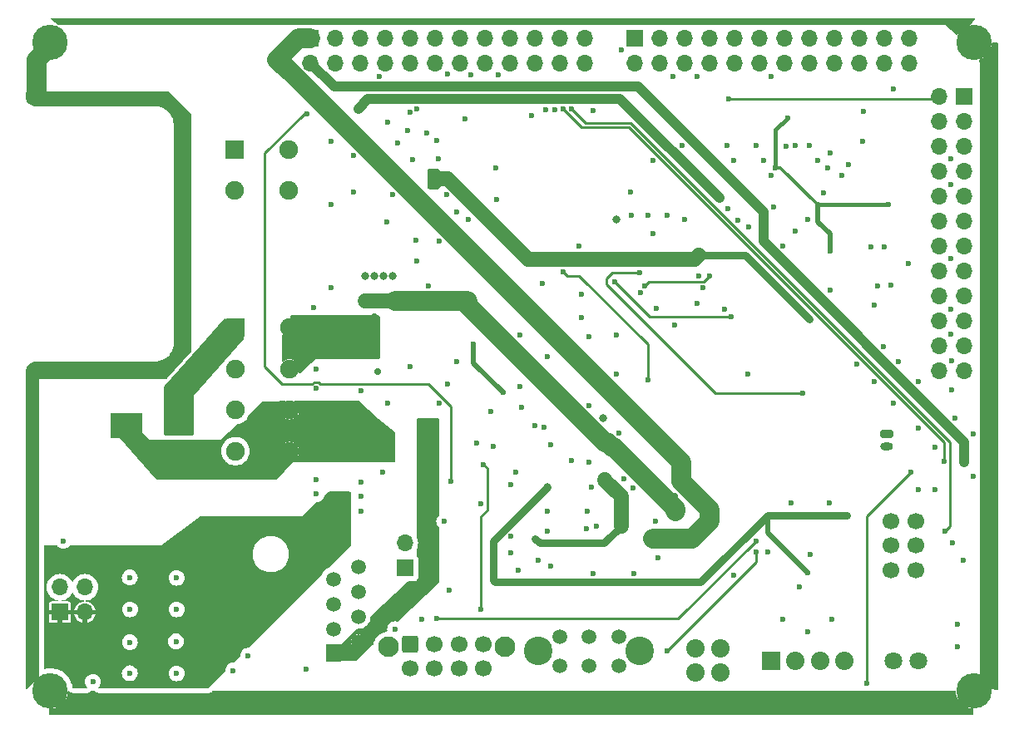
<source format=gbr>
%TF.GenerationSoftware,KiCad,Pcbnew,8.0.5*%
%TF.CreationDate,2024-12-26T16:36:04+00:00*%
%TF.ProjectId,mallow_adapt_v1.2,6d616c6c-6f77-45f6-9164-6170745f7631,rev?*%
%TF.SameCoordinates,Original*%
%TF.FileFunction,Copper,L3,Inr*%
%TF.FilePolarity,Positive*%
%FSLAX46Y46*%
G04 Gerber Fmt 4.6, Leading zero omitted, Abs format (unit mm)*
G04 Created by KiCad (PCBNEW 8.0.5) date 2024-12-26 16:36:04*
%MOMM*%
%LPD*%
G01*
G04 APERTURE LIST*
G04 Aperture macros list*
%AMRoundRect*
0 Rectangle with rounded corners*
0 $1 Rounding radius*
0 $2 $3 $4 $5 $6 $7 $8 $9 X,Y pos of 4 corners*
0 Add a 4 corners polygon primitive as box body*
4,1,4,$2,$3,$4,$5,$6,$7,$8,$9,$2,$3,0*
0 Add four circle primitives for the rounded corners*
1,1,$1+$1,$2,$3*
1,1,$1+$1,$4,$5*
1,1,$1+$1,$6,$7*
1,1,$1+$1,$8,$9*
0 Add four rect primitives between the rounded corners*
20,1,$1+$1,$2,$3,$4,$5,0*
20,1,$1+$1,$4,$5,$6,$7,0*
20,1,$1+$1,$6,$7,$8,$9,0*
20,1,$1+$1,$8,$9,$2,$3,0*%
G04 Aperture macros list end*
%TA.AperFunction,ComponentPad*%
%ADD10C,3.600000*%
%TD*%
%TA.AperFunction,ComponentPad*%
%ADD11C,1.520000*%
%TD*%
%TA.AperFunction,ComponentPad*%
%ADD12C,2.909999*%
%TD*%
%TA.AperFunction,ComponentPad*%
%ADD13R,1.875000X1.875000*%
%TD*%
%TA.AperFunction,ComponentPad*%
%ADD14C,1.875000*%
%TD*%
%TA.AperFunction,ComponentPad*%
%ADD15C,1.800000*%
%TD*%
%TA.AperFunction,ComponentPad*%
%ADD16R,1.700000X1.700000*%
%TD*%
%TA.AperFunction,ComponentPad*%
%ADD17O,1.700000X1.700000*%
%TD*%
%TA.AperFunction,ComponentPad*%
%ADD18R,1.500000X1.500000*%
%TD*%
%TA.AperFunction,ComponentPad*%
%ADD19C,1.500000*%
%TD*%
%TA.AperFunction,ComponentPad*%
%ADD20R,1.900000X1.900000*%
%TD*%
%TA.AperFunction,ComponentPad*%
%ADD21C,1.900000*%
%TD*%
%TA.AperFunction,ComponentPad*%
%ADD22RoundRect,0.250000X-0.600000X-0.600000X0.600000X-0.600000X0.600000X0.600000X-0.600000X0.600000X0*%
%TD*%
%TA.AperFunction,ComponentPad*%
%ADD23C,1.700000*%
%TD*%
%TA.AperFunction,ComponentPad*%
%ADD24C,2.100000*%
%TD*%
%TA.AperFunction,ComponentPad*%
%ADD25RoundRect,0.200000X-0.450000X0.200000X-0.450000X-0.200000X0.450000X-0.200000X0.450000X0.200000X0*%
%TD*%
%TA.AperFunction,ComponentPad*%
%ADD26O,1.300000X0.800000*%
%TD*%
%TA.AperFunction,ViaPad*%
%ADD27C,0.600000*%
%TD*%
%TA.AperFunction,ViaPad*%
%ADD28C,0.800000*%
%TD*%
%TA.AperFunction,ViaPad*%
%ADD29C,0.700000*%
%TD*%
%TA.AperFunction,Conductor*%
%ADD30C,2.000000*%
%TD*%
%TA.AperFunction,Conductor*%
%ADD31C,0.250000*%
%TD*%
%TA.AperFunction,Conductor*%
%ADD32C,1.000000*%
%TD*%
%TA.AperFunction,Conductor*%
%ADD33C,1.500000*%
%TD*%
%TA.AperFunction,Conductor*%
%ADD34C,0.750000*%
%TD*%
%TA.AperFunction,Conductor*%
%ADD35C,0.500000*%
%TD*%
%TA.AperFunction,Conductor*%
%ADD36C,0.300000*%
%TD*%
%TA.AperFunction,Conductor*%
%ADD37C,0.400000*%
%TD*%
G04 APERTURE END LIST*
D10*
%TO.N,GND_CHASSIS*%
%TO.C,H1*%
X218651085Y-61778600D03*
%TD*%
%TO.N,GND_CHASSIS*%
%TO.C,H4*%
X218651085Y-127778600D03*
%TD*%
%TO.N,GND_CHASSIS*%
%TO.C,H3*%
X124651095Y-127778600D03*
%TD*%
%TO.N,GND_CHASSIS*%
%TO.C,H2*%
X124651095Y-61778600D03*
%TD*%
D11*
%TO.N,Net-(J5-Pin_1)*%
%TO.C,J5*%
X176501097Y-125253599D03*
%TO.N,RS232_TX*%
X179501096Y-125253599D03*
%TO.N,RS232_RX*%
X182501095Y-125253599D03*
%TO.N,GND*%
X176501097Y-122253600D03*
X179501096Y-122253600D03*
X182501095Y-122253600D03*
D12*
%TO.N,GND_CHASSIS*%
X174351099Y-123753599D03*
X184651093Y-123753599D03*
%TD*%
D13*
%TO.N,/Rs485/RS485_A_1*%
%TO.C,J4*%
X198001095Y-124753600D03*
D14*
%TO.N,/Rs485/RS485_B_1*%
X200501095Y-124753600D03*
%TO.N,/Rs485/RS485_A_2*%
X203001095Y-124753600D03*
%TO.N,/Rs485/RS485_B_2*%
X205501095Y-124753600D03*
%TD*%
D15*
%TO.N,GND*%
%TO.C,J3*%
X210501095Y-124753600D03*
%TO.N,ALARM*%
X213001095Y-124753600D03*
%TD*%
D16*
%TO.N,unconnected-(X19-Pin_1-Pad1)*%
%TO.C,X19*%
X184171094Y-61278628D03*
D17*
%TO.N,unconnected-(X19-Pin_2-Pad2)*%
X184171094Y-63818628D03*
%TO.N,unconnected-(X19-Pin_3-Pad3)*%
X186711094Y-61278628D03*
%TO.N,unconnected-(X19-Pin_4-Pad4)*%
X186711094Y-63818628D03*
%TO.N,GND*%
X189251094Y-61278628D03*
%TO.N,unconnected-(X19-Pin_6-Pad6)*%
X189251094Y-63818628D03*
%TO.N,unconnected-(X19-Pin_7-Pad7)*%
X191791094Y-61278628D03*
%TO.N,unconnected-(X19-Pin_8-Pad8)*%
X191791094Y-63818628D03*
%TO.N,unconnected-(X19-Pin_9-Pad9)*%
X194331094Y-61278628D03*
%TO.N,GND*%
X194331094Y-63818628D03*
%TO.N,unconnected-(X19-Pin_11-Pad11)*%
X196871094Y-61278628D03*
%TO.N,unconnected-(X19-Pin_12-Pad12)*%
X196871094Y-63818628D03*
%TO.N,unconnected-(X19-Pin_13-Pad13)*%
X199411094Y-61278628D03*
%TO.N,unconnected-(X19-Pin_14-Pad14)*%
X199411094Y-63818628D03*
%TO.N,unconnected-(X19-Pin_15-Pad15)*%
X201951094Y-61278628D03*
%TO.N,GND*%
X201951094Y-63818628D03*
%TO.N,UART_1_RX*%
X204491094Y-61278628D03*
%TO.N,UART_1_TX*%
X204491094Y-63818628D03*
%TO.N,/Connectors/UART_1_RTS*%
X207031094Y-61278628D03*
%TO.N,/Connectors/UART_1_CTS*%
X207031094Y-63818628D03*
%TO.N,UART_2_RX*%
X209571094Y-61278628D03*
%TO.N,UART_2_TX*%
X209571094Y-63818628D03*
%TO.N,UART_2_RTS*%
X212111094Y-61278628D03*
%TO.N,UART_2_CTS*%
X212111094Y-63818628D03*
%TD*%
D18*
%TO.N,Net-(C60-Pad1)*%
%TO.C,J9*%
X153461095Y-124023600D03*
D19*
X156001095Y-122753600D03*
%TO.N,/Rs485/RXD+*%
X153461095Y-121483600D03*
%TO.N,/Rs485/T{slash}R-*%
X156001095Y-120213600D03*
%TO.N,/Rs485/RXD+*%
X153461095Y-118943600D03*
%TO.N,/Rs485/RXD-*%
X156001095Y-117673600D03*
%TO.N,GND*%
X153461095Y-116403600D03*
X156001095Y-115133600D03*
%TD*%
D20*
%TO.N,GND*%
%TO.C,J1*%
X143451095Y-72653600D03*
D21*
X143451095Y-76853600D03*
%TO.N,Net-(IC2-SENSEN)*%
X148951095Y-72653600D03*
X148951095Y-76853600D03*
%TD*%
D22*
%TO.N,Net-(J6-Pin_1)*%
%TO.C,J6*%
X161251095Y-123003600D03*
D23*
%TO.N,GND*%
X163751095Y-123003600D03*
%TO.N,/Connectors/ADC1*%
X166251095Y-123003600D03*
%TO.N,MOV_SENS*%
X168751095Y-123003600D03*
%TO.N,UART_2_TX_PROG*%
X161251095Y-125503600D03*
%TO.N,UART_2_RX_PROG*%
X163751095Y-125503600D03*
%TO.N,/Connectors/PROG{slash}*%
X166251095Y-125503600D03*
%TO.N,/Connectors/BOOT{slash}*%
X168751095Y-125503600D03*
D24*
%TO.N,GND_CHASSIS*%
X159081097Y-123293599D03*
X170921073Y-123293599D03*
%TD*%
D16*
%TO.N,+5V*%
%TO.C,X10*%
X151151095Y-61278600D03*
D17*
%TO.N,/Connectors/+3.3V*%
X151151095Y-63818600D03*
%TO.N,Net-(X10-Pin_3)*%
X153691095Y-61278600D03*
%TO.N,GND*%
X153691095Y-63818600D03*
%TO.N,/Connectors/ADC1*%
X156231095Y-61278600D03*
%TO.N,/Connectors/ADC2*%
X156231095Y-63818600D03*
%TO.N,/Connectors/ADC3*%
X158771095Y-61278600D03*
%TO.N,/Connectors/ADC4*%
X158771095Y-63818600D03*
%TO.N,GND*%
X161311095Y-61278600D03*
%TO.N,/Connectors/i2C_1_SDA*%
X161311095Y-63818600D03*
%TO.N,/Connectors/i2C_1_SCL*%
X163851095Y-61278600D03*
%TO.N,unconnected-(X10-Pin_12-Pad12)*%
X163851095Y-63818600D03*
%TO.N,unconnected-(X10-Pin_13-Pad13)*%
X166391095Y-61278600D03*
%TO.N,unconnected-(X10-Pin_14-Pad14)*%
X166391095Y-63818600D03*
%TO.N,unconnected-(X10-Pin_15-Pad15)*%
X168931095Y-61278600D03*
%TO.N,unconnected-(X10-Pin_16-Pad16)*%
X168931095Y-63818600D03*
%TO.N,unconnected-(X10-Pin_17-Pad17)*%
X171471095Y-61278600D03*
%TO.N,/Connectors/PWM1*%
X171471095Y-63818600D03*
%TO.N,/Connectors/PWM2*%
X174011095Y-61278600D03*
%TO.N,GND*%
X174011095Y-63818600D03*
%TO.N,/Connectors/PROG{slash}*%
X176551095Y-61278600D03*
%TO.N,Kerong*%
X176551095Y-63818600D03*
%TO.N,/Connectors/DC{slash}DC_EN*%
X179091095Y-61278600D03*
%TO.N,Net-(X10-Pin_24)*%
X179091095Y-63818600D03*
%TD*%
D20*
%TO.N,/Connectors/PRT_PWR*%
%TO.C,J10*%
X143513596Y-90778600D03*
D21*
%TO.N,GND*%
X143513596Y-94978600D03*
X143513596Y-99178600D03*
X143513596Y-103378600D03*
%TO.N,Net-(IC1-OUT_1)*%
X149013596Y-90778600D03*
X149013596Y-94978600D03*
%TO.N,+24V*%
X149013596Y-99178600D03*
X149013596Y-103378600D03*
%TD*%
D14*
%TO.N,/Connectors/Led*%
%TO.C,J2*%
X190341095Y-123433600D03*
%TO.N,/Connectors/FB*%
X190341095Y-125933600D03*
%TO.N,/Connectors/Led*%
X192841095Y-123433600D03*
%TO.N,/Connectors/FB*%
X192841095Y-125933600D03*
%TD*%
D16*
%TO.N,+12V*%
%TO.C,X5*%
X125651123Y-119778596D03*
D17*
X128191123Y-119778596D03*
%TO.N,GND*%
X125651123Y-117238596D03*
X128191123Y-117238596D03*
%TD*%
D16*
%TO.N,GND*%
%TO.C,X16*%
X217651087Y-67278624D03*
D17*
%TO.N,Net-(JP2-A)*%
X215111087Y-67278624D03*
%TO.N,unconnected-(X16-Pin_3-Pad3)*%
X217651087Y-69818624D03*
%TO.N,unconnected-(X16-Pin_4-Pad4)*%
X215111087Y-69818624D03*
%TO.N,WAKE_PIN*%
X217651087Y-72358624D03*
%TO.N,unconnected-(X16-Pin_6-Pad6)*%
X215111087Y-72358624D03*
%TO.N,/Connectors/CTRL_SLEEP*%
X217651087Y-74898624D03*
%TO.N,unconnected-(X16-Pin_8-Pad8)*%
X215111087Y-74898624D03*
%TO.N,/Connectors/CTRL_RESET*%
X217651087Y-77438624D03*
%TO.N,unconnected-(X16-Pin_10-Pad10)*%
X215111087Y-77438624D03*
%TO.N,unconnected-(X16-Pin_11-Pad11)*%
X217651087Y-79978624D03*
%TO.N,GND*%
X215111087Y-79978624D03*
%TO.N,/Connectors/SCANNER_EN*%
X217651087Y-82518624D03*
%TO.N,/Connectors/PRT_CTRL*%
X215111087Y-82518624D03*
%TO.N,/Connectors/SENS_EN*%
X217651087Y-85058624D03*
%TO.N,/Connectors/BOOT{slash}*%
X215111087Y-85058624D03*
%TO.N,unconnected-(X16-Pin_17-Pad17)*%
X217651087Y-87598624D03*
%TO.N,unconnected-(X16-Pin_18-Pad18)*%
X215111087Y-87598624D03*
%TO.N,unconnected-(X16-Pin_19-Pad19)*%
X217651087Y-90138624D03*
%TO.N,unconnected-(X16-Pin_20-Pad20)*%
X215111087Y-90138624D03*
%TO.N,unconnected-(X16-Pin_21-Pad21)*%
X217651087Y-92678624D03*
%TO.N,unconnected-(X16-Pin_22-Pad22)*%
X215111087Y-92678624D03*
%TO.N,unconnected-(X16-Pin_23-Pad23)*%
X217651087Y-95218624D03*
%TO.N,unconnected-(X16-Pin_24-Pad24)*%
X215111087Y-95218624D03*
%TD*%
D23*
%TO.N,/Connectors/BAT2_in*%
%TO.C,J7*%
X212751095Y-110503600D03*
%TO.N,GND*%
X212751095Y-113003600D03*
%TO.N,/Connectors/BAT1_in*%
X212751095Y-115503600D03*
%TO.N,Net-(J7-Pin_4)*%
X210251095Y-110503600D03*
%TO.N,GND*%
X210251095Y-113003600D03*
%TO.N,Net-(J7-Pin_6)*%
X210251095Y-115503600D03*
%TD*%
D25*
%TO.N,GND*%
%TO.C,J11*%
X209801095Y-101628600D03*
D26*
%TO.N,TOUCH_INT*%
X209801095Y-102878600D03*
%TD*%
D16*
%TO.N,/Rs485/T{slash}R-*%
%TO.C,JP1*%
X160751095Y-115278600D03*
D17*
%TO.N,/Rs485/RXD-*%
X160751095Y-112738600D03*
%TD*%
D27*
%TO.N,GND*%
X150725060Y-125570414D03*
X165251095Y-117503600D03*
X201751095Y-79753600D03*
X194251095Y-73753600D03*
X183827597Y-79384895D03*
X166901095Y-69503600D03*
X156251095Y-109503600D03*
X151751095Y-106253600D03*
X204251095Y-120503600D03*
X207430390Y-68788608D03*
X216346049Y-88890542D03*
X208501095Y-88503600D03*
X175251095Y-111503600D03*
X200092687Y-108627490D03*
X132780669Y-119502710D03*
X153251095Y-86753600D03*
X187419679Y-79332626D03*
X209501095Y-92753600D03*
X159751095Y-121503600D03*
X193598326Y-78690297D03*
X137525809Y-126014809D03*
X164001095Y-71753600D03*
X182501095Y-101503600D03*
X206751095Y-94503600D03*
X165001095Y-77253600D03*
X211001095Y-94253600D03*
X126001095Y-112503600D03*
X208501095Y-96253600D03*
X214751095Y-107253600D03*
X183751095Y-77003600D03*
X217001095Y-123253600D03*
X210501095Y-98503600D03*
X216301784Y-73605912D03*
X216361875Y-94128863D03*
X156251095Y-97253600D03*
X175251095Y-109503600D03*
X175251095Y-93753600D03*
X129001095Y-126861204D03*
X137525809Y-116282285D03*
X203921263Y-108645809D03*
X199251095Y-82503600D03*
X212001095Y-84253600D03*
X210501095Y-66503600D03*
X198001095Y-75253600D03*
X183973122Y-107135267D03*
X182751095Y-62503600D03*
X218631360Y-105924573D03*
X216352473Y-83781124D03*
X200501095Y-81003600D03*
X174339366Y-114530255D03*
X161843737Y-81935125D03*
X164251095Y-82003600D03*
X189001095Y-72253600D03*
X214751095Y-103003600D03*
X207332187Y-71823271D03*
X169483031Y-99333333D03*
X179336581Y-109499309D03*
X162501095Y-120503600D03*
X174751095Y-86253600D03*
X143261950Y-125725811D03*
X172501095Y-96753600D03*
X201759598Y-121803555D03*
X182251095Y-91503600D03*
X159001095Y-98503600D03*
X137454561Y-122751635D03*
X186001095Y-81253600D03*
X179501095Y-104503600D03*
X197665727Y-113628855D03*
X213001095Y-96253600D03*
X195751095Y-80503600D03*
X168501095Y-108753600D03*
X218631360Y-101633963D03*
X203358700Y-77086141D03*
X216361875Y-97135754D03*
X158942425Y-80010013D03*
X216501095Y-112753600D03*
X166006847Y-94226786D03*
X160001095Y-72003600D03*
X198251095Y-78503600D03*
X183086881Y-106217374D03*
X194611174Y-79819200D03*
X216330223Y-91485964D03*
X161991716Y-84045801D03*
X144802064Y-124211308D03*
X166001095Y-79003600D03*
X168096673Y-102542357D03*
X172501095Y-91503600D03*
X164754412Y-110532461D03*
X188251095Y-90503600D03*
X199198131Y-120503600D03*
X167501095Y-65003600D03*
X137525809Y-119502710D03*
X188001095Y-65253600D03*
X185464457Y-79338733D03*
X204001095Y-87003600D03*
X164124489Y-73570114D03*
X199596049Y-72287081D03*
X156251095Y-108003600D03*
X186001095Y-73753600D03*
X197251095Y-73753600D03*
X132752170Y-126000559D03*
X179756136Y-107061089D03*
X170101095Y-77703600D03*
X217001095Y-121003600D03*
X159501095Y-77253600D03*
X151751095Y-97003600D03*
X178751095Y-89753600D03*
X190501095Y-65253600D03*
X196501095Y-72253600D03*
X155501095Y-77003600D03*
X213001095Y-101003600D03*
X155501095Y-73253600D03*
X179501095Y-98753600D03*
X151751095Y-107753600D03*
X184049944Y-115820414D03*
X161518791Y-73693781D03*
X151501095Y-88753600D03*
X179941090Y-115835463D03*
X171501095Y-112003600D03*
X182251095Y-95503600D03*
X216301784Y-76217160D03*
X171501095Y-106753600D03*
X193501095Y-72253600D03*
X132766420Y-122837133D03*
X190501095Y-88303600D03*
X151751095Y-95003600D03*
X165104516Y-64968736D03*
X213001095Y-107253600D03*
X178702245Y-87389292D03*
X198001095Y-65253600D03*
X204001095Y-73003600D03*
X156251095Y-106503600D03*
X132752170Y-116239536D03*
X216751095Y-100003600D03*
X170251095Y-65003600D03*
%TO.N,GND_CHASSIS*%
X198701095Y-129103600D03*
X194701095Y-129103600D03*
X122801095Y-122003600D03*
X128251095Y-95003600D03*
X132652448Y-59661607D03*
X188701095Y-129103600D03*
X220201095Y-96003600D03*
X138101095Y-80003600D03*
X220201095Y-98003600D03*
X138652448Y-59661607D03*
X134251095Y-95003600D03*
X137501095Y-93753600D03*
X190652448Y-59661607D03*
X122801095Y-114003600D03*
X156652448Y-59661607D03*
X182701095Y-129103600D03*
X150652448Y-59661607D03*
X130251095Y-95003600D03*
X123251095Y-67503600D03*
X186701095Y-129103600D03*
X148701095Y-129103600D03*
X131301095Y-67503600D03*
X188652448Y-59661607D03*
X212701095Y-129103600D03*
X220201095Y-104003600D03*
X122801095Y-108003600D03*
X184701095Y-129103600D03*
X220201095Y-80003600D03*
X152701095Y-129103600D03*
X212652448Y-59661607D03*
X194652448Y-59661607D03*
X122801095Y-120003600D03*
X220201095Y-112003600D03*
X132701095Y-129103600D03*
X138101095Y-76003600D03*
X138103337Y-92013824D03*
X184652448Y-59661607D03*
X133301095Y-67503600D03*
X168652448Y-59661607D03*
X154701095Y-129103600D03*
X129301095Y-67503600D03*
X122801095Y-118003600D03*
X136701095Y-129103600D03*
X202652448Y-59661607D03*
X220201095Y-88003600D03*
X176652448Y-59661607D03*
X202701095Y-129103600D03*
X136652448Y-59661607D03*
X220201095Y-68003600D03*
X220201095Y-108003600D03*
X164652448Y-59661607D03*
X220201095Y-114003600D03*
X123251095Y-65503600D03*
X122801095Y-112003600D03*
X137251095Y-68253600D03*
X122801095Y-106003600D03*
X182652448Y-59661607D03*
X220201095Y-76003600D03*
X144701095Y-129103600D03*
X162701095Y-129103600D03*
X138101095Y-72003600D03*
X138101095Y-86003600D03*
X148652448Y-59661607D03*
X208652448Y-59661607D03*
X130652448Y-59661607D03*
X172701095Y-129103600D03*
X220201095Y-116003600D03*
X140701095Y-129103600D03*
X122801095Y-124003600D03*
X220199859Y-120003599D03*
X174701095Y-129103600D03*
X196701095Y-129103600D03*
X206652448Y-59661607D03*
X214652448Y-59661607D03*
X144652448Y-59661607D03*
X166652448Y-59661607D03*
X146701095Y-129103600D03*
X168701095Y-129103600D03*
X138101095Y-70003600D03*
X132251095Y-95003600D03*
X220201095Y-92003600D03*
X138101095Y-78003600D03*
X122801095Y-104003600D03*
X166701095Y-129103600D03*
X128652448Y-59661607D03*
X142652448Y-59661607D03*
X220201095Y-70003600D03*
X220201095Y-78003600D03*
X122801095Y-110003600D03*
X162652448Y-59661607D03*
X186652448Y-59661607D03*
X178701095Y-129103600D03*
X220201095Y-74003600D03*
X160701095Y-129103600D03*
X122801095Y-96003600D03*
X220201095Y-66003600D03*
X220201095Y-102003600D03*
X200652448Y-59661607D03*
X170652448Y-59661607D03*
X220201095Y-118003600D03*
X124251095Y-95003600D03*
X190701095Y-129103600D03*
X220201095Y-100003600D03*
X138103337Y-90013824D03*
X122801095Y-98003600D03*
X146652448Y-59661607D03*
X204652448Y-59661607D03*
X127301095Y-67503600D03*
X196652448Y-59661607D03*
X198652448Y-59661607D03*
X154652448Y-59661607D03*
X158652448Y-59661607D03*
X220201095Y-84003600D03*
X220201095Y-86003600D03*
X138101095Y-82003600D03*
X214701095Y-129103600D03*
X138701095Y-129103600D03*
X134701095Y-129103600D03*
X152652448Y-59661607D03*
X122801095Y-102003600D03*
X220201095Y-94003600D03*
X138101095Y-74003600D03*
X220199859Y-124003599D03*
X140652448Y-59661607D03*
X220201095Y-82003600D03*
X210701095Y-129103600D03*
X138101095Y-84003600D03*
X130701095Y-129103600D03*
X134652448Y-59661607D03*
X206701095Y-129103600D03*
X160652448Y-59661607D03*
X176701095Y-129103600D03*
X220199859Y-122003599D03*
X220201095Y-106003600D03*
X122801095Y-116003600D03*
X192652448Y-59661607D03*
X135301095Y-67503600D03*
X122801095Y-100003600D03*
X126251095Y-95003600D03*
X200701095Y-129103600D03*
X220201095Y-110003600D03*
X158701095Y-129103600D03*
X210652448Y-59661607D03*
X220201095Y-90003600D03*
X125301095Y-67503600D03*
X204701095Y-129103600D03*
X170701095Y-129103600D03*
X180652448Y-59661607D03*
X174652448Y-59661607D03*
X156701095Y-129103600D03*
X164701095Y-129103600D03*
X192701095Y-129103600D03*
X178652448Y-59661607D03*
X142701095Y-129103600D03*
X136251095Y-95003600D03*
X172652448Y-59661607D03*
X208701095Y-129103600D03*
X220201095Y-72003600D03*
X180701095Y-129103600D03*
X138101095Y-88003600D03*
X150701095Y-129103600D03*
%TO.N,WAKE_PIN*%
X205251095Y-75322849D03*
D28*
%TO.N,+5V*%
X147751095Y-63503600D03*
X186001095Y-112253600D03*
D27*
%TO.N,/Connectors/ADC1*%
X165434153Y-106436658D03*
X150751095Y-69003600D03*
D28*
%TO.N,/Connectors/+3.3V*%
X153543595Y-66211100D03*
D27*
X217701095Y-104503600D03*
%TO.N,/Connectors/ADC4*%
X217576924Y-114528600D03*
X215626095Y-104378600D03*
X176859153Y-68545542D03*
%TO.N,/Connectors/ADC3*%
X158126095Y-65253600D03*
X215751095Y-111503600D03*
X177701095Y-68503600D03*
%TO.N,UART_2_RX*%
X209526095Y-82603600D03*
%TO.N,UART_2_TX*%
X208201095Y-82603600D03*
%TO.N,Net-(JP2-A)*%
X193751095Y-67503600D03*
%TO.N,+3.3VP*%
X169976095Y-80278600D03*
X164001095Y-75003600D03*
X167751095Y-92503600D03*
X164001095Y-75628600D03*
X182751095Y-111028600D03*
X190701095Y-83378600D03*
X174001095Y-112253600D03*
X170751095Y-97429051D03*
D28*
X180901095Y-100003600D03*
D27*
X201901095Y-89903600D03*
X180919595Y-83822100D03*
D28*
X172751095Y-83253600D03*
D27*
X164001095Y-76253600D03*
D28*
X181101095Y-106303600D03*
D29*
%TO.N,/Connectors/PRT_PWR*%
X137003595Y-100038117D03*
X137001095Y-99003600D03*
X137001095Y-101003600D03*
D28*
%TO.N,/Rs485/RS485_V+*%
X175251095Y-107003600D03*
D27*
X201751095Y-115753600D03*
D29*
X169726095Y-116503600D03*
D27*
X197651095Y-109903600D03*
X205751095Y-109903600D03*
D29*
%TO.N,Net-(C60-Pad1)*%
X163251095Y-101878600D03*
X163251095Y-102753600D03*
X163251095Y-101003600D03*
%TO.N,+1V8*%
X192751095Y-77603600D03*
D27*
X202738595Y-78291100D03*
X199701095Y-69428600D03*
X204001095Y-83003600D03*
X166619867Y-67298656D03*
X198466475Y-74538220D03*
D29*
X156001095Y-68503600D03*
D27*
X210001095Y-78253600D03*
D28*
%TO.N,+BATT+*%
X157667761Y-85563600D03*
D29*
X158001095Y-95253600D03*
D27*
X153251095Y-78253600D03*
D28*
X156751095Y-85563600D03*
X159501095Y-85563600D03*
X158584427Y-85563600D03*
D27*
%TO.N,+1V8_SB*%
X161001095Y-70753600D03*
X164251095Y-98503600D03*
X163126095Y-86563602D03*
%TO.N,Net-(D8-K)*%
X159036791Y-69842840D03*
%TO.N,+24V*%
X158751095Y-103253600D03*
D29*
X132751095Y-101253600D03*
X133580095Y-101253600D03*
D27*
X158751095Y-102003600D03*
D29*
X132751095Y-100003600D03*
X133580095Y-100003600D03*
D28*
%TO.N,+12V*%
X157751095Y-88103600D03*
D27*
X131267088Y-117807592D03*
D28*
X154001095Y-108753600D03*
X158751095Y-88103600D03*
D27*
X131254422Y-121107182D03*
X136011932Y-124384556D03*
D28*
X154001095Y-111753600D03*
X154001095Y-109753600D03*
D27*
X136030931Y-121097632D03*
D28*
X154001095Y-112753600D03*
X156751095Y-88103600D03*
D29*
X188251095Y-108753600D03*
D27*
X136021431Y-117829708D03*
D29*
X188255143Y-109503600D03*
D28*
X159751095Y-88103600D03*
D27*
X127751095Y-114003600D03*
D29*
X188251095Y-108003600D03*
D27*
X131276095Y-124503600D03*
D29*
%TO.N,Net-(IC1-OUT_1)*%
X157651095Y-92243600D03*
X157651095Y-90993600D03*
X157651095Y-93543600D03*
X157651095Y-89693600D03*
D27*
%TO.N,/Rs485/RS485_A_K*%
X172326095Y-115503600D03*
%TO.N,/Rs485/RS485_A_1*%
X202001095Y-113903600D03*
%TO.N,/Rs485/RS485_B_1*%
X200901095Y-117178600D03*
%TO.N,Net-(D7-A)*%
X161251095Y-94753600D03*
%TO.N,i2C_1_SCL_H*%
X162001095Y-68503600D03*
X175062620Y-68565125D03*
%TO.N,RS232_RX*%
X180251095Y-111003600D03*
%TO.N,RS232_TX*%
X179251095Y-111253600D03*
%TO.N,/UARTs/UART_2_TX_H*%
X191751095Y-85503600D03*
X185151096Y-86522838D03*
%TO.N,UART_2_TX_PROG*%
X186344717Y-88847222D03*
X196501095Y-113628600D03*
X187443037Y-123695542D03*
X184751095Y-87253600D03*
%TO.N,RS232_EN*%
X179901095Y-68703600D03*
X177701095Y-104328600D03*
X179448485Y-91700990D03*
X175601093Y-115103600D03*
%TO.N,/Rs485/UART_1_TX_H*%
X174001095Y-100753600D03*
%TO.N,/Connectors/SCANNER_EN*%
X186301095Y-110503600D03*
%TO.N,Kerong*%
X158501095Y-105503600D03*
X172001095Y-105503600D03*
X178501095Y-82503600D03*
%TO.N,/Connectors/SENS_EN*%
X195701095Y-95503600D03*
%TO.N,/Watchdog/WD{slash}INT*%
X170001095Y-74503600D03*
%TO.N,WD_OUT*%
X167201095Y-79803600D03*
X165130537Y-96499158D03*
%TO.N,A_MUX_OUT*%
X189251095Y-79753600D03*
X202751095Y-73753600D03*
%TO.N,B_MUX_OUT*%
X203751095Y-74503600D03*
D28*
X182251095Y-79753600D03*
D27*
%TO.N,/Rs485/UART_1_RX_H*%
X172626095Y-98878600D03*
%TO.N,/Rs485/RS485_B_K*%
X171501095Y-113753600D03*
%TO.N,UART_2_RX_PROG*%
X196501095Y-112503600D03*
X164001095Y-120428599D03*
%TO.N,/Connectors/PWM1*%
X173616475Y-69153600D03*
X185501095Y-96103600D03*
X176848712Y-85072099D03*
%TO.N,MOV_SENS*%
X201951095Y-72253600D03*
X174934153Y-100936658D03*
%TO.N,ALARM*%
X200476095Y-72253600D03*
%TO.N,TOUCH_INT*%
X205876095Y-74228600D03*
%TO.N,i2C_1_SDA_H*%
X161251095Y-68853600D03*
X175988356Y-68558629D03*
X163001095Y-71003600D03*
%TO.N,Net-(IC2-SENSEN)*%
X153251095Y-71791100D03*
%TO.N,Net-(J6-Pin_1)*%
X175559153Y-102753600D03*
%TO.N,UART_2_RX_2*%
X190701095Y-85503600D03*
X193301095Y-88903600D03*
X191101095Y-86753600D03*
%TO.N,UART_2_TX_1*%
X182151095Y-86135690D03*
X193953920Y-89672541D03*
%TO.N,UART_2_TX_2*%
X201251095Y-97503600D03*
X184666475Y-85168980D03*
%TO.N,UART_2_RTS*%
X208848874Y-86518452D03*
%TO.N,UART_2_CTS*%
X210201095Y-86503600D03*
%TO.N,/Connectors/Led*%
X194251095Y-116003600D03*
%TO.N,Net-(IC4-DIM)*%
X186501095Y-114253600D03*
%TO.N,/Connectors/PROG{slash}*%
X168751095Y-104753600D03*
X168501095Y-119503600D03*
%TO.N,/Connectors/BOOT{slash}*%
X212251095Y-105503600D03*
X207751095Y-127003600D03*
%TO.N,Net-(C12-Pad1)*%
X169739539Y-102876484D03*
%TD*%
D30*
%TO.N,GND_CHASSIS*%
X123251092Y-63553602D02*
X123251097Y-67253597D01*
X124651095Y-61778600D02*
X124651095Y-62153599D01*
X124651095Y-62153599D02*
X123251092Y-63553602D01*
%TO.N,+5V*%
X186001095Y-112253600D02*
X190001095Y-112253600D01*
X149976095Y-61278600D02*
X151151095Y-61278600D01*
X151241095Y-66843600D02*
X151241095Y-66814513D01*
X149101095Y-64674513D02*
X147751095Y-63503600D01*
X188893127Y-106453600D02*
X188893127Y-104495632D01*
X191751095Y-110503600D02*
X191751095Y-109311568D01*
X147751095Y-63503600D02*
X149976095Y-61278600D01*
X188893127Y-104495632D02*
X151241095Y-66843600D01*
X190001095Y-112253600D02*
X191751095Y-110503600D01*
X151241095Y-66814513D02*
X149101095Y-64674513D01*
X191751095Y-109311568D02*
X188893127Y-106453600D01*
D31*
%TO.N,/Connectors/ADC1*%
X146501095Y-73003600D02*
X150501095Y-69003600D01*
X150501095Y-69003600D02*
X150751095Y-69003600D01*
X165434153Y-106436658D02*
X165434153Y-98802774D01*
X165434153Y-98802774D02*
X163134979Y-96503600D01*
X146501095Y-94761411D02*
X146501095Y-73003600D01*
X151367211Y-96503600D02*
X148243284Y-96503600D01*
X152009979Y-96378600D02*
X151492211Y-96378600D01*
X163134979Y-96503600D02*
X152134979Y-96503600D01*
X152134979Y-96503600D02*
X152009979Y-96378600D01*
X151492211Y-96378600D02*
X151367211Y-96503600D01*
X148243284Y-96503600D02*
X146501095Y-94761411D01*
D32*
%TO.N,/Connectors/+3.3V*%
X153586095Y-66253600D02*
X184501095Y-66253600D01*
X197251095Y-82003600D02*
X217701095Y-102453600D01*
X217701095Y-102453600D02*
X217701095Y-104503600D01*
X151151095Y-63818600D02*
X153543595Y-66211100D01*
X184501095Y-66253600D02*
X197251095Y-79003600D01*
X197251095Y-79003600D02*
X197251095Y-82003600D01*
X153543595Y-66211100D02*
X153586095Y-66253600D01*
D31*
%TO.N,/Connectors/ADC4*%
X178692211Y-70378600D02*
X183539699Y-70378600D01*
X183539699Y-70378600D02*
X215626095Y-102464996D01*
X176859153Y-68545542D02*
X178692211Y-70378600D01*
X215626095Y-102464996D02*
X215626095Y-104378600D01*
%TO.N,/Connectors/ADC3*%
X179126095Y-69928600D02*
X183726095Y-69928600D01*
X183726095Y-69928600D02*
X216251095Y-102453600D01*
X216251095Y-102453600D02*
X216251095Y-111003600D01*
X177701095Y-68503600D02*
X179126095Y-69928600D01*
X216251095Y-111003600D02*
X215751095Y-111503600D01*
%TO.N,Net-(JP2-A)*%
X214886111Y-67503600D02*
X215111087Y-67278624D01*
X193751095Y-67503600D02*
X214886111Y-67503600D01*
D33*
%TO.N,+3.3VP*%
X165126095Y-75628600D02*
X164001095Y-75628600D01*
X182751095Y-108003600D02*
X181101095Y-106353600D01*
X173319595Y-83822100D02*
X172751095Y-83253600D01*
D34*
X195376095Y-83378600D02*
X201901095Y-89903600D01*
D35*
X167751095Y-92503600D02*
X167751095Y-94429051D01*
D34*
X190701095Y-83378600D02*
X195376095Y-83378600D01*
D33*
X190701095Y-83378600D02*
X190257595Y-83822100D01*
X190257595Y-83822100D02*
X173319595Y-83822100D01*
X182751095Y-111028600D02*
X182751095Y-108003600D01*
D34*
X182751095Y-111028600D02*
X181038595Y-112741100D01*
D35*
X167751095Y-94429051D02*
X170751095Y-97429051D01*
D34*
X174488595Y-112741100D02*
X174001095Y-112253600D01*
D33*
X181101095Y-106353600D02*
X181101095Y-106303600D01*
X172751095Y-83253600D02*
X165126095Y-75628600D01*
D34*
X181038595Y-112741100D02*
X174488595Y-112741100D01*
%TO.N,/Rs485/RS485_V+*%
X169726095Y-112528600D02*
X169726095Y-116503600D01*
X175251095Y-107003600D02*
X169726095Y-112528600D01*
X169726095Y-116503600D02*
X169932958Y-116710463D01*
D35*
X197651095Y-111653600D02*
X197651095Y-109903600D01*
D34*
X169932958Y-116710463D02*
X190844232Y-116710463D01*
D35*
X201751095Y-115753600D02*
X197651095Y-111653600D01*
D34*
X197651095Y-109903600D02*
X205751095Y-109903600D01*
X190844232Y-116710463D02*
X197651095Y-109903600D01*
D36*
%TO.N,+1V8*%
X198466475Y-74538220D02*
X198985715Y-74538220D01*
D32*
X156001095Y-68503600D02*
X157001095Y-67503600D01*
D35*
X204001095Y-81253600D02*
X204001095Y-83003600D01*
D37*
X198466475Y-74538220D02*
X198466475Y-70663220D01*
D32*
X166251095Y-67503600D02*
X182651095Y-67503600D01*
X157001095Y-67503600D02*
X166251095Y-67503600D01*
D37*
X198466475Y-70663220D02*
X199701095Y-69428600D01*
D32*
X182651095Y-67503600D02*
X192751095Y-77603600D01*
D37*
X210001095Y-78253600D02*
X202776095Y-78253600D01*
X202776095Y-78253600D02*
X202738595Y-78291100D01*
D35*
X202738595Y-78291100D02*
X202738595Y-79991100D01*
X202738595Y-79991100D02*
X204001095Y-81253600D01*
D36*
X198985715Y-74538220D02*
X202738595Y-78291100D01*
D30*
%TO.N,+12V*%
X182001095Y-103003600D02*
X188255143Y-109257648D01*
X181879774Y-103003600D02*
X182001095Y-103003600D01*
D33*
X156751095Y-88103600D02*
X159751095Y-88103600D01*
D30*
X181129774Y-102503600D02*
X181379774Y-102503600D01*
X159751095Y-88103600D02*
X167101095Y-88103600D01*
X181379774Y-102503600D02*
X181879774Y-103003600D01*
X167101095Y-88474921D02*
X181129774Y-102503600D01*
X167101095Y-88103600D02*
X167101095Y-88474921D01*
X188255143Y-109257648D02*
X188255143Y-109503600D01*
D31*
%TO.N,/UARTs/UART_2_TX_H*%
X185570334Y-86103600D02*
X191151095Y-86103600D01*
X185151096Y-86522838D02*
X185570334Y-86103600D01*
X191151095Y-86103600D02*
X191751095Y-85503600D01*
%TO.N,UART_2_TX_PROG*%
X196501095Y-114637484D02*
X187443037Y-123695542D01*
X196501095Y-113628600D02*
X196501095Y-114637484D01*
%TO.N,UART_2_RX_PROG*%
X188576096Y-120428599D02*
X164001095Y-120428599D01*
X196501095Y-112503600D02*
X188576096Y-120428599D01*
%TO.N,/Connectors/PWM1*%
X178501095Y-85503600D02*
X177280213Y-85503600D01*
X177280213Y-85503600D02*
X176848712Y-85072099D01*
X185501095Y-92503600D02*
X178501095Y-85503600D01*
X185501095Y-96103600D02*
X185501095Y-92503600D01*
%TO.N,UART_2_TX_1*%
X193953920Y-89672541D02*
X185687946Y-89672541D01*
X185687946Y-89672541D02*
X182151095Y-86135690D01*
%TO.N,UART_2_TX_2*%
X181251095Y-86418909D02*
X192335786Y-97503600D01*
X184666475Y-85168980D02*
X181835715Y-85168980D01*
X181835715Y-85168980D02*
X181251095Y-85753600D01*
X181251095Y-85753600D02*
X181251095Y-86418909D01*
X192335786Y-97503600D02*
X201251095Y-97503600D01*
%TO.N,/Connectors/PROG{slash}*%
X168501095Y-119503600D02*
X168501095Y-110003600D01*
X169126095Y-109378600D02*
X169126095Y-105128600D01*
X168501095Y-110003600D02*
X169126095Y-109378600D01*
X169126095Y-105128600D02*
X168751095Y-104753600D01*
%TO.N,/Connectors/BOOT{slash}*%
X212251095Y-105503600D02*
X207751095Y-110003600D01*
X207751095Y-110003600D02*
X207751095Y-127003600D01*
%TD*%
%TA.AperFunction,Conductor*%
%TO.N,GND_CHASSIS*%
G36*
X126546601Y-127792952D02*
G01*
X126547816Y-127794211D01*
X126630340Y-127882849D01*
X126660601Y-127900804D01*
X126754072Y-127956265D01*
X126754078Y-127956267D01*
X126754079Y-127956268D01*
X126788727Y-127970620D01*
X126839761Y-127988624D01*
X126982177Y-128009100D01*
X126982181Y-128009100D01*
X128393103Y-128009100D01*
X128393117Y-128009100D01*
X128447157Y-128006203D01*
X128586567Y-127970620D01*
X128621215Y-127956268D01*
X128716060Y-127904479D01*
X128821366Y-127806437D01*
X128823644Y-127802598D01*
X128853666Y-127780122D01*
X128865785Y-127778600D01*
X129138849Y-127778600D01*
X129173497Y-127792952D01*
X129174712Y-127794211D01*
X129257236Y-127882849D01*
X129287497Y-127900804D01*
X129380968Y-127956265D01*
X129380974Y-127956267D01*
X129380975Y-127956268D01*
X129415623Y-127970620D01*
X129466657Y-127988624D01*
X129609073Y-128009100D01*
X129609077Y-128009100D01*
X140699719Y-128009100D01*
X140699733Y-128009100D01*
X140753773Y-128006203D01*
X140780131Y-128003369D01*
X140833543Y-127994714D01*
X140871713Y-127980477D01*
X140968343Y-127944436D01*
X140968348Y-127944433D01*
X140968352Y-127944432D01*
X141029675Y-127910947D01*
X141144857Y-127824723D01*
X141176628Y-127792951D01*
X141211275Y-127778600D01*
X216800573Y-127778600D01*
X216835221Y-127792952D01*
X216849436Y-127823938D01*
X216866198Y-128047622D01*
X216866200Y-128047634D01*
X216926230Y-128310646D01*
X217024795Y-128561784D01*
X217159680Y-128795412D01*
X217213380Y-128862750D01*
X217356832Y-128719297D01*
X217430673Y-128820930D01*
X217608755Y-128999012D01*
X217710384Y-129072850D01*
X217565934Y-129217301D01*
X217748569Y-129341821D01*
X217991620Y-129458868D01*
X217991633Y-129458873D01*
X218249421Y-129538389D01*
X218516196Y-129578600D01*
X218570477Y-129578600D01*
X218605125Y-129592952D01*
X218619477Y-129627600D01*
X218619470Y-129628437D01*
X218609190Y-130229937D01*
X218594248Y-130264335D01*
X218560197Y-130278100D01*
X124574493Y-130278100D01*
X124539845Y-130263748D01*
X124525493Y-130229100D01*
X124525557Y-130226590D01*
X124556403Y-129625089D01*
X124572511Y-129591223D01*
X124605339Y-129578600D01*
X124785984Y-129578600D01*
X125052758Y-129538389D01*
X125310546Y-129458873D01*
X125310548Y-129458872D01*
X125553616Y-129341817D01*
X125736244Y-129217302D01*
X125736244Y-129217301D01*
X125591794Y-129072851D01*
X125693425Y-128999012D01*
X125871507Y-128820930D01*
X125945346Y-128719298D01*
X126088799Y-128862751D01*
X126142493Y-128795421D01*
X126142494Y-128795420D01*
X126277384Y-128561784D01*
X126375949Y-128310646D01*
X126435979Y-128047634D01*
X126435981Y-128047622D01*
X126452744Y-127823938D01*
X126469645Y-127790459D01*
X126501607Y-127778600D01*
X126511953Y-127778600D01*
X126546601Y-127792952D01*
G37*
%TD.AperFunction*%
%TD*%
%TA.AperFunction,Conductor*%
%TO.N,GND_CHASSIS*%
G36*
X136766772Y-66773285D02*
G01*
X136787414Y-66789919D01*
X138964776Y-68967281D01*
X138998261Y-69028604D01*
X139001095Y-69054962D01*
X139001095Y-93205660D01*
X138981410Y-93272699D01*
X138968848Y-93289071D01*
X136537994Y-95963011D01*
X136478333Y-95999375D01*
X136446241Y-96003600D01*
X122151595Y-96003600D01*
X122151595Y-95265469D01*
X122152197Y-95253264D01*
X122165733Y-95116408D01*
X122167831Y-95095196D01*
X122171778Y-95074129D01*
X122213266Y-94925255D01*
X122220785Y-94905179D01*
X122287309Y-94765684D01*
X122298178Y-94747202D01*
X122387744Y-94621259D01*
X122401635Y-94604925D01*
X122511567Y-94496303D01*
X122528063Y-94482610D01*
X122655082Y-94394548D01*
X122673677Y-94383911D01*
X122813964Y-94319062D01*
X122834128Y-94311784D01*
X122983497Y-94272079D01*
X123004614Y-94268385D01*
X123146082Y-94256103D01*
X123163799Y-94254565D01*
X123174524Y-94254100D01*
X123242435Y-94254100D01*
X123243898Y-94254001D01*
X135298478Y-94238150D01*
X135314121Y-94239870D01*
X135314142Y-94239637D01*
X135322237Y-94240362D01*
X135322239Y-94240363D01*
X135322240Y-94240362D01*
X135322241Y-94240363D01*
X135327036Y-94240163D01*
X135375563Y-94238148D01*
X135380472Y-94238042D01*
X135433857Y-94237973D01*
X135433862Y-94237971D01*
X135441915Y-94236901D01*
X135441944Y-94237124D01*
X135457479Y-94234735D01*
X135511410Y-94232465D01*
X135511412Y-94232464D01*
X135511418Y-94232464D01*
X135754831Y-94191098D01*
X135991058Y-94119275D01*
X136216302Y-94018150D01*
X136426946Y-93889346D01*
X136619606Y-93734933D01*
X136791188Y-93557391D01*
X136938934Y-93359572D01*
X137060472Y-93144654D01*
X137153850Y-92916089D01*
X137217567Y-92677548D01*
X137250600Y-92432864D01*
X137250992Y-92383350D01*
X137251626Y-92374214D01*
X137251594Y-92307952D01*
X137251597Y-92306975D01*
X137252066Y-92243526D01*
X137252065Y-92243524D01*
X137252089Y-92240364D01*
X137251558Y-92231822D01*
X137241142Y-70213736D01*
X137242887Y-70197935D01*
X137242689Y-70197918D01*
X137243414Y-70189828D01*
X137242283Y-70162613D01*
X137241209Y-70136755D01*
X137241103Y-70131744D01*
X137241079Y-70078632D01*
X137241077Y-70078625D01*
X137240014Y-70070572D01*
X137240176Y-70070550D01*
X137237735Y-70054628D01*
X137235441Y-70000160D01*
X137193910Y-69755784D01*
X137193909Y-69755780D01*
X137193907Y-69755772D01*
X137121801Y-69518621D01*
X137020276Y-69292491D01*
X136975766Y-69219700D01*
X136890961Y-69081012D01*
X136735937Y-68887590D01*
X136557693Y-68715330D01*
X136359091Y-68567000D01*
X136143329Y-68444984D01*
X136143326Y-68444982D01*
X136143323Y-68444981D01*
X135941888Y-68362686D01*
X135913850Y-68351231D01*
X135674369Y-68287263D01*
X135428721Y-68254099D01*
X135428716Y-68254098D01*
X135378714Y-68253700D01*
X135370065Y-68253100D01*
X135366987Y-68253100D01*
X135303393Y-68253100D01*
X135302478Y-68253097D01*
X135235463Y-68252602D01*
X135227421Y-68253100D01*
X123235913Y-68253100D01*
X123235868Y-68253097D01*
X123227629Y-68253097D01*
X123213032Y-68253097D01*
X123167144Y-68253099D01*
X123156337Y-68252627D01*
X122997139Y-68238704D01*
X122975851Y-68234952D01*
X122826720Y-68194996D01*
X122806409Y-68187603D01*
X122666492Y-68122362D01*
X122647771Y-68111554D01*
X122521311Y-68023007D01*
X122504753Y-68009113D01*
X122395584Y-67899944D01*
X122381696Y-67883393D01*
X122293139Y-67756919D01*
X122282334Y-67738202D01*
X122217095Y-67598289D01*
X122209702Y-67577978D01*
X122169745Y-67428843D01*
X122165995Y-67407570D01*
X122152065Y-67248278D01*
X122151595Y-67237491D01*
X122151598Y-67177068D01*
X122151596Y-67177064D01*
X122151597Y-67167101D01*
X122151593Y-67167063D01*
X122151593Y-66877597D01*
X122171278Y-66810561D01*
X122224082Y-66764806D01*
X122275593Y-66753600D01*
X136699733Y-66753600D01*
X136766772Y-66773285D01*
G37*
%TD.AperFunction*%
%TD*%
%TA.AperFunction,Conductor*%
%TO.N,GND_CHASSIS*%
G36*
X218763392Y-59293452D02*
G01*
X218777744Y-59328100D01*
X218767007Y-59358710D01*
X218244904Y-60011337D01*
X218221084Y-60027550D01*
X217991633Y-60098326D01*
X217991620Y-60098331D01*
X217748564Y-60215381D01*
X217565933Y-60339896D01*
X217710385Y-60484348D01*
X217608755Y-60558188D01*
X217430673Y-60736270D01*
X217356833Y-60837901D01*
X217213380Y-60694448D01*
X217159680Y-60761787D01*
X217026762Y-60992009D01*
X216997009Y-61014839D01*
X216959827Y-61009944D01*
X216952958Y-61005152D01*
X215751096Y-60003600D01*
X215751095Y-60003600D01*
X125518836Y-60003600D01*
X125487467Y-59992243D01*
X124735667Y-59365743D01*
X124718237Y-59332536D01*
X124729393Y-59296731D01*
X124762600Y-59279301D01*
X124767036Y-59279100D01*
X218728744Y-59279100D01*
X218763392Y-59293452D01*
G37*
%TD.AperFunction*%
%TD*%
%TA.AperFunction,Conductor*%
%TO.N,GND_CHASSIS*%
G36*
X221092781Y-61778593D02*
G01*
X221138960Y-61831027D01*
X221150585Y-61883446D01*
X221150585Y-127556529D01*
X221130900Y-127623568D01*
X221078096Y-127669323D01*
X221014247Y-127679914D01*
X220548006Y-127633290D01*
X220483257Y-127607032D01*
X220442984Y-127549937D01*
X220436691Y-127519171D01*
X220435971Y-127509572D01*
X220435971Y-127509571D01*
X220375942Y-127246566D01*
X220375936Y-127246547D01*
X220277375Y-126995418D01*
X220277376Y-126995418D01*
X220142482Y-126761777D01*
X220088789Y-126694447D01*
X219945335Y-126837900D01*
X219871497Y-126736270D01*
X219693415Y-126558188D01*
X219591783Y-126484347D01*
X219736235Y-126339896D01*
X219553604Y-126215380D01*
X219321293Y-126103505D01*
X219269434Y-126056682D01*
X219251095Y-125991785D01*
X219251095Y-63863614D01*
X219251093Y-63863608D01*
X219166621Y-63641324D01*
X219161207Y-63571665D01*
X219194313Y-63510136D01*
X219245984Y-63478784D01*
X219310544Y-63458870D01*
X219310545Y-63458869D01*
X219553606Y-63341818D01*
X219736235Y-63217302D01*
X219591784Y-63072851D01*
X219693415Y-62999012D01*
X219871497Y-62820930D01*
X219945336Y-62719299D01*
X220088788Y-62862751D01*
X220088789Y-62862750D01*
X220142478Y-62795428D01*
X220142485Y-62795417D01*
X220277375Y-62561781D01*
X220375936Y-62310652D01*
X220375942Y-62310633D01*
X220435971Y-62047628D01*
X220435971Y-62047626D01*
X220448695Y-61877843D01*
X220473334Y-61812462D01*
X220529409Y-61770781D01*
X220571343Y-61763113D01*
X221025586Y-61759450D01*
X221092781Y-61778593D01*
G37*
%TD.AperFunction*%
%TD*%
%TA.AperFunction,Conductor*%
%TO.N,GND_CHASSIS*%
G36*
X123501095Y-113010843D02*
G01*
X123500596Y-113017816D01*
X123495595Y-113052595D01*
X123495595Y-125502638D01*
X123498026Y-125552131D01*
X123498966Y-125561682D01*
X123498969Y-125561704D01*
X123500110Y-125567307D01*
X123501095Y-125577081D01*
X123501095Y-126503600D01*
X123243412Y-126724470D01*
X123213390Y-126694448D01*
X123159696Y-126761780D01*
X123124510Y-126822722D01*
X123113964Y-126835425D01*
X122232484Y-127590980D01*
X122196837Y-127602632D01*
X122163391Y-127585665D01*
X122151595Y-127553776D01*
X122151595Y-96003600D01*
X123501095Y-96003600D01*
X123501095Y-113010843D01*
G37*
%TD.AperFunction*%
%TD*%
%TA.AperFunction,Conductor*%
%TO.N,+3.3VP*%
G36*
X164116772Y-74623285D02*
G01*
X164137414Y-74639919D01*
X164364776Y-74867281D01*
X164398261Y-74928604D01*
X164401095Y-74954962D01*
X164401095Y-76352238D01*
X164381410Y-76419277D01*
X164364776Y-76439919D01*
X164137414Y-76667281D01*
X164076091Y-76700766D01*
X164049733Y-76703600D01*
X163274484Y-76703600D01*
X163207445Y-76683915D01*
X163186803Y-76667281D01*
X163137414Y-76617892D01*
X163103929Y-76556569D01*
X163101095Y-76530211D01*
X163101095Y-74727600D01*
X163120780Y-74660561D01*
X163173584Y-74614806D01*
X163225095Y-74603600D01*
X164049733Y-74603600D01*
X164116772Y-74623285D01*
G37*
%TD.AperFunction*%
%TD*%
%TA.AperFunction,Conductor*%
%TO.N,+24V*%
G36*
X148546676Y-98267952D02*
G01*
X148561028Y-98302600D01*
X148546676Y-98337248D01*
X148535127Y-98345814D01*
X148534629Y-98346080D01*
X148534628Y-98346080D01*
X148727838Y-98539290D01*
X148682022Y-98558268D01*
X148567372Y-98634874D01*
X148469870Y-98732376D01*
X148393264Y-98847026D01*
X148374286Y-98892842D01*
X148181076Y-98699632D01*
X148181075Y-98699633D01*
X148122380Y-98809444D01*
X148067486Y-98990405D01*
X148067486Y-98990406D01*
X148048951Y-99178599D01*
X148048951Y-99178600D01*
X148067486Y-99366793D01*
X148067486Y-99366794D01*
X148122379Y-99547751D01*
X148122382Y-99547758D01*
X148181076Y-99657565D01*
X148181076Y-99657566D01*
X148374285Y-99464356D01*
X148393264Y-99510174D01*
X148469870Y-99624824D01*
X148567372Y-99722326D01*
X148682022Y-99798932D01*
X148727837Y-99817909D01*
X148534628Y-100011118D01*
X148644437Y-100069813D01*
X148644444Y-100069816D01*
X148825402Y-100124709D01*
X149013596Y-100143245D01*
X149201789Y-100124709D01*
X149201790Y-100124709D01*
X149382747Y-100069816D01*
X149382754Y-100069813D01*
X149492561Y-100011119D01*
X149492562Y-100011118D01*
X149299353Y-99817909D01*
X149345170Y-99798932D01*
X149459820Y-99722326D01*
X149557322Y-99624824D01*
X149633928Y-99510174D01*
X149652905Y-99464357D01*
X149846114Y-99657566D01*
X149846115Y-99657565D01*
X149904809Y-99547758D01*
X149904812Y-99547751D01*
X149959705Y-99366794D01*
X149959705Y-99366793D01*
X149978241Y-99178600D01*
X149978241Y-99178599D01*
X149959705Y-98990406D01*
X149959705Y-98990405D01*
X149904812Y-98809448D01*
X149904809Y-98809441D01*
X149846114Y-98699633D01*
X149846114Y-98699632D01*
X149652905Y-98892841D01*
X149633928Y-98847026D01*
X149557322Y-98732376D01*
X149459820Y-98634874D01*
X149345170Y-98558268D01*
X149299351Y-98539289D01*
X149492562Y-98346080D01*
X149492064Y-98345814D01*
X149468273Y-98316824D01*
X149471949Y-98279501D01*
X149500939Y-98255710D01*
X149515163Y-98253600D01*
X155982816Y-98253600D01*
X156014907Y-98265570D01*
X158096725Y-100069813D01*
X159734187Y-101488946D01*
X159750970Y-101522484D01*
X159751095Y-101525975D01*
X159751095Y-104454600D01*
X159736743Y-104489248D01*
X159702095Y-104503600D01*
X148001095Y-104503600D01*
X148001095Y-103378599D01*
X148048951Y-103378599D01*
X148048951Y-103378600D01*
X148067486Y-103566793D01*
X148067486Y-103566794D01*
X148122379Y-103747751D01*
X148122382Y-103747758D01*
X148181076Y-103857565D01*
X148181076Y-103857566D01*
X148374285Y-103664356D01*
X148393264Y-103710174D01*
X148469870Y-103824824D01*
X148567372Y-103922326D01*
X148682022Y-103998932D01*
X148727837Y-104017909D01*
X148534628Y-104211118D01*
X148644437Y-104269813D01*
X148644444Y-104269816D01*
X148825402Y-104324709D01*
X149013596Y-104343245D01*
X149201789Y-104324709D01*
X149201790Y-104324709D01*
X149382747Y-104269816D01*
X149382754Y-104269813D01*
X149492561Y-104211119D01*
X149492562Y-104211118D01*
X149299353Y-104017909D01*
X149345170Y-103998932D01*
X149459820Y-103922326D01*
X149557322Y-103824824D01*
X149633928Y-103710174D01*
X149652905Y-103664357D01*
X149846114Y-103857566D01*
X149846115Y-103857565D01*
X149904809Y-103747758D01*
X149904812Y-103747751D01*
X149959705Y-103566794D01*
X149959705Y-103566793D01*
X149978241Y-103378600D01*
X149978241Y-103378599D01*
X149959705Y-103190406D01*
X149959705Y-103190405D01*
X149904812Y-103009448D01*
X149904809Y-103009441D01*
X149846114Y-102899633D01*
X149846114Y-102899632D01*
X149652905Y-103092841D01*
X149633928Y-103047026D01*
X149557322Y-102932376D01*
X149459820Y-102834874D01*
X149345170Y-102758268D01*
X149299351Y-102739289D01*
X149492562Y-102546080D01*
X149382754Y-102487386D01*
X149382747Y-102487383D01*
X149201789Y-102432490D01*
X149013596Y-102413955D01*
X148825402Y-102432490D01*
X148825401Y-102432490D01*
X148644440Y-102487384D01*
X148534629Y-102546079D01*
X148534628Y-102546080D01*
X148727838Y-102739290D01*
X148682022Y-102758268D01*
X148567372Y-102834874D01*
X148469870Y-102932376D01*
X148393264Y-103047026D01*
X148374286Y-103092842D01*
X148181076Y-102899632D01*
X148181075Y-102899633D01*
X148122380Y-103009444D01*
X148067486Y-103190405D01*
X148067486Y-103190406D01*
X148048951Y-103378599D01*
X148001095Y-103378599D01*
X148001095Y-98302600D01*
X148015447Y-98267952D01*
X148050095Y-98253600D01*
X148512028Y-98253600D01*
X148546676Y-98267952D01*
G37*
%TD.AperFunction*%
%TD*%
%TA.AperFunction,Conductor*%
%TO.N,Net-(IC1-OUT_1)*%
G36*
X158016772Y-89523285D02*
G01*
X158037414Y-89539919D01*
X158214776Y-89717281D01*
X158248261Y-89778604D01*
X158251095Y-89804962D01*
X158251095Y-93702238D01*
X158231410Y-93769277D01*
X158214776Y-93789919D01*
X158037414Y-93967281D01*
X157976091Y-94000766D01*
X157949733Y-94003600D01*
X151751095Y-94003600D01*
X151227220Y-94461990D01*
X150104630Y-95444255D01*
X150041216Y-95473586D01*
X149972010Y-95463977D01*
X149918986Y-95418478D01*
X149898977Y-95351534D01*
X149904316Y-95314939D01*
X149949850Y-95164834D01*
X149968192Y-94978600D01*
X149949851Y-94792369D01*
X149895527Y-94613288D01*
X149838726Y-94507022D01*
X149652905Y-94692842D01*
X149633928Y-94647026D01*
X149557322Y-94532376D01*
X149459820Y-94434874D01*
X149345170Y-94358268D01*
X149299350Y-94339289D01*
X149485172Y-94153468D01*
X149378907Y-94096668D01*
X149199826Y-94042344D01*
X149013596Y-94024003D01*
X148827365Y-94042344D01*
X148648282Y-94096669D01*
X148483255Y-94184878D01*
X148483249Y-94184882D01*
X148453759Y-94209084D01*
X148389449Y-94236396D01*
X148320582Y-94224605D01*
X148269022Y-94177452D01*
X148251095Y-94113230D01*
X148251095Y-91643969D01*
X148270780Y-91576930D01*
X148323584Y-91531175D01*
X148392742Y-91521231D01*
X148453761Y-91548117D01*
X148483247Y-91572316D01*
X148483255Y-91572321D01*
X148648282Y-91660530D01*
X148827365Y-91714855D01*
X149013596Y-91733196D01*
X149199826Y-91714855D01*
X149378905Y-91660531D01*
X149485171Y-91603729D01*
X149299352Y-91417910D01*
X149345170Y-91398932D01*
X149459820Y-91322326D01*
X149557322Y-91224824D01*
X149633928Y-91110174D01*
X149652906Y-91064356D01*
X149838725Y-91250175D01*
X149895527Y-91143909D01*
X149949851Y-90964830D01*
X149968192Y-90778600D01*
X149949851Y-90592369D01*
X149895527Y-90413288D01*
X149838726Y-90307022D01*
X149652905Y-90492842D01*
X149633928Y-90447026D01*
X149557322Y-90332376D01*
X149459820Y-90234874D01*
X149345170Y-90158268D01*
X149299352Y-90139289D01*
X149485172Y-89953469D01*
X149378907Y-89896668D01*
X149199826Y-89842344D01*
X149163282Y-89838745D01*
X149098495Y-89812583D01*
X149058136Y-89755548D01*
X149055020Y-89685748D01*
X149090136Y-89625344D01*
X149101019Y-89616156D01*
X149218030Y-89528398D01*
X149283471Y-89503924D01*
X149292428Y-89503600D01*
X157949733Y-89503600D01*
X158016772Y-89523285D01*
G37*
%TD.AperFunction*%
%TD*%
%TA.AperFunction,Conductor*%
%TO.N,Net-(C60-Pad1)*%
G36*
X164194134Y-100023285D02*
G01*
X164239889Y-100076089D01*
X164251095Y-100127600D01*
X164251095Y-109852338D01*
X164231410Y-109919377D01*
X164214776Y-109940019D01*
X164124596Y-110030198D01*
X164028623Y-110182937D01*
X163969043Y-110353206D01*
X163969042Y-110353211D01*
X163948847Y-110532457D01*
X163948847Y-110532464D01*
X163969042Y-110711710D01*
X163969043Y-110711715D01*
X164028623Y-110881984D01*
X164124596Y-111034723D01*
X164214776Y-111124903D01*
X164248261Y-111186226D01*
X164251095Y-111212584D01*
X164251095Y-116700022D01*
X164231410Y-116767061D01*
X164212080Y-116790319D01*
X160064162Y-120694241D01*
X160001853Y-120725853D01*
X159938226Y-120720987D01*
X159930354Y-120718233D01*
X159930344Y-120718230D01*
X159751099Y-120698035D01*
X159751091Y-120698035D01*
X159571845Y-120718230D01*
X159571840Y-120718231D01*
X159401571Y-120777811D01*
X159248832Y-120873784D01*
X159121279Y-121001337D01*
X159025306Y-121154076D01*
X158965726Y-121324345D01*
X158965725Y-121324350D01*
X158945530Y-121503596D01*
X158945530Y-121503604D01*
X158958574Y-121619378D01*
X158946519Y-121688200D01*
X158899170Y-121739579D01*
X158845094Y-121756878D01*
X158837801Y-121757452D01*
X158837793Y-121757453D01*
X158600477Y-121814429D01*
X158375007Y-121907821D01*
X158166923Y-122035336D01*
X158166920Y-122035337D01*
X157981338Y-122193840D01*
X157822835Y-122379422D01*
X157822834Y-122379425D01*
X157695319Y-122587509D01*
X157601927Y-122812979D01*
X157548948Y-123033648D01*
X157514156Y-123094240D01*
X157513359Y-123094997D01*
X155786904Y-124719897D01*
X155724595Y-124751509D01*
X155701919Y-124753600D01*
X154335095Y-124753600D01*
X154268056Y-124733915D01*
X154222301Y-124681111D01*
X154211095Y-124629600D01*
X154211095Y-124273600D01*
X153836373Y-124273600D01*
X153880428Y-124197294D01*
X153911095Y-124082844D01*
X153911095Y-123964356D01*
X153880428Y-123849906D01*
X153836373Y-123773600D01*
X154211095Y-123773600D01*
X154211095Y-123273600D01*
X153711095Y-123273600D01*
X153711095Y-123648322D01*
X153634789Y-123604267D01*
X153520339Y-123573600D01*
X153401851Y-123573600D01*
X153287401Y-123604267D01*
X153211095Y-123648322D01*
X153211095Y-123273600D01*
X152875095Y-123273600D01*
X152808056Y-123253915D01*
X152762301Y-123201111D01*
X152751095Y-123149600D01*
X152751095Y-123127600D01*
X152770780Y-123060561D01*
X152823584Y-123014806D01*
X152875095Y-123003600D01*
X154251093Y-123003600D01*
X154251095Y-123003600D01*
X154518340Y-122753596D01*
X155246349Y-122753596D01*
X155246349Y-122753603D01*
X155265270Y-122921538D01*
X155265271Y-122921543D01*
X155320827Y-123080314D01*
X155558956Y-122842184D01*
X155581762Y-122927294D01*
X155641005Y-123029906D01*
X155724789Y-123113690D01*
X155827401Y-123172933D01*
X155912509Y-123195737D01*
X155674380Y-123433866D01*
X155833151Y-123489424D01*
X156001091Y-123508346D01*
X156001099Y-123508346D01*
X156169038Y-123489424D01*
X156327808Y-123433867D01*
X156327809Y-123433866D01*
X156089680Y-123195737D01*
X156174789Y-123172933D01*
X156277401Y-123113690D01*
X156361185Y-123029906D01*
X156420428Y-122927294D01*
X156443232Y-122842185D01*
X156681361Y-123080314D01*
X156681362Y-123080313D01*
X156736919Y-122921543D01*
X156755841Y-122753603D01*
X156755841Y-122753596D01*
X156736919Y-122585656D01*
X156681361Y-122426885D01*
X156443232Y-122665013D01*
X156420428Y-122579906D01*
X156361185Y-122477294D01*
X156277401Y-122393510D01*
X156174789Y-122334267D01*
X156089680Y-122311462D01*
X156327809Y-122073332D01*
X156169038Y-122017776D01*
X156169033Y-122017775D01*
X156001099Y-121998854D01*
X156001091Y-121998854D01*
X155833153Y-122017775D01*
X155833148Y-122017776D01*
X155674380Y-122073332D01*
X155912509Y-122311461D01*
X155827401Y-122334267D01*
X155724789Y-122393510D01*
X155641005Y-122477294D01*
X155581762Y-122579906D01*
X155558956Y-122665014D01*
X155320827Y-122426885D01*
X155265271Y-122585653D01*
X155265270Y-122585658D01*
X155246349Y-122753596D01*
X154518340Y-122753596D01*
X155860621Y-121497913D01*
X155923020Y-121466494D01*
X155956130Y-121464943D01*
X156001095Y-121468877D01*
X156001095Y-121468876D01*
X156001096Y-121468877D01*
X156001097Y-121468877D01*
X156029349Y-121466405D01*
X156219072Y-121449807D01*
X156430425Y-121393175D01*
X156628734Y-121300702D01*
X156807972Y-121175198D01*
X156962693Y-121020477D01*
X157088197Y-120841239D01*
X157180670Y-120642930D01*
X157237302Y-120431577D01*
X157254271Y-120237607D01*
X157279723Y-120172540D01*
X157293071Y-120157879D01*
X161029465Y-116662543D01*
X161091867Y-116631122D01*
X161114170Y-116629099D01*
X161648967Y-116629099D01*
X161708578Y-116622691D01*
X161843426Y-116572396D01*
X161958641Y-116486146D01*
X162044891Y-116370931D01*
X162095186Y-116236083D01*
X162101595Y-116176473D01*
X162101594Y-114380728D01*
X162095186Y-114321117D01*
X162044891Y-114186269D01*
X162025828Y-114160804D01*
X162001411Y-114095339D01*
X162001095Y-114086493D01*
X162001095Y-113281013D01*
X162012713Y-113228608D01*
X162024998Y-113202263D01*
X162086158Y-112974008D01*
X162106754Y-112738600D01*
X162086158Y-112503192D01*
X162024998Y-112274937D01*
X162017368Y-112258575D01*
X162012712Y-112248589D01*
X162001095Y-112196186D01*
X162001095Y-100127600D01*
X162020780Y-100060561D01*
X162073584Y-100014806D01*
X162125095Y-100003600D01*
X164127095Y-100003600D01*
X164194134Y-100023285D01*
G37*
%TD.AperFunction*%
%TD*%
%TA.AperFunction,Conductor*%
%TO.N,+12V*%
G36*
X155194134Y-107523285D02*
G01*
X155239889Y-107576089D01*
X155251095Y-107627600D01*
X155251095Y-112952237D01*
X155231410Y-113019276D01*
X155214776Y-113039918D01*
X153045174Y-115209519D01*
X153009899Y-115234220D01*
X152833454Y-115316499D01*
X152654216Y-115442002D01*
X152499497Y-115596721D01*
X152373994Y-115775959D01*
X152291715Y-115952404D01*
X152267014Y-115987679D01*
X144885270Y-123369424D01*
X144823947Y-123402909D01*
X144808933Y-123404523D01*
X144808983Y-123404963D01*
X144622814Y-123425938D01*
X144622809Y-123425939D01*
X144452540Y-123485519D01*
X144299801Y-123581492D01*
X144172248Y-123709045D01*
X144076275Y-123861784D01*
X144016695Y-124032053D01*
X144016694Y-124032058D01*
X143995719Y-124218227D01*
X143993235Y-124217947D01*
X143976814Y-124273872D01*
X143960180Y-124294514D01*
X143369331Y-124885362D01*
X143308008Y-124918847D01*
X143267768Y-124920901D01*
X143261954Y-124920246D01*
X143261946Y-124920246D01*
X143082700Y-124940441D01*
X143082695Y-124940442D01*
X142912426Y-125000022D01*
X142759687Y-125095995D01*
X142632134Y-125223548D01*
X142536161Y-125376287D01*
X142476581Y-125546556D01*
X142476580Y-125546561D01*
X142456385Y-125725807D01*
X142456385Y-125725815D01*
X142457040Y-125731629D01*
X142444985Y-125800450D01*
X142421501Y-125833192D01*
X140787414Y-127467281D01*
X140726091Y-127500766D01*
X140699733Y-127503600D01*
X136001095Y-127503600D01*
X136001095Y-126014805D01*
X136720244Y-126014805D01*
X136720244Y-126014812D01*
X136740439Y-126194058D01*
X136740440Y-126194063D01*
X136800020Y-126364332D01*
X136854855Y-126451600D01*
X136895993Y-126517071D01*
X137023547Y-126644625D01*
X137176287Y-126740598D01*
X137346554Y-126800177D01*
X137346559Y-126800178D01*
X137525805Y-126820374D01*
X137525809Y-126820374D01*
X137525813Y-126820374D01*
X137705058Y-126800178D01*
X137705061Y-126800177D01*
X137705064Y-126800177D01*
X137875331Y-126740598D01*
X138028071Y-126644625D01*
X138155625Y-126517071D01*
X138251598Y-126364331D01*
X138311177Y-126194064D01*
X138331374Y-126014809D01*
X138320684Y-125919936D01*
X138311178Y-125835559D01*
X138311177Y-125835554D01*
X138251598Y-125665287D01*
X138155625Y-125512547D01*
X138028071Y-125384993D01*
X138014219Y-125376289D01*
X137875332Y-125289020D01*
X137705063Y-125229440D01*
X137705058Y-125229439D01*
X137525813Y-125209244D01*
X137525805Y-125209244D01*
X137346559Y-125229439D01*
X137346554Y-125229440D01*
X137176285Y-125289020D01*
X137023546Y-125384993D01*
X136895993Y-125512546D01*
X136800020Y-125665285D01*
X136740440Y-125835554D01*
X136740439Y-125835559D01*
X136720244Y-126014805D01*
X136001095Y-126014805D01*
X136001095Y-122751631D01*
X136648996Y-122751631D01*
X136648996Y-122751638D01*
X136669191Y-122930884D01*
X136669192Y-122930889D01*
X136728772Y-123101158D01*
X136807045Y-123225728D01*
X136824745Y-123253897D01*
X136952299Y-123381451D01*
X137105039Y-123477424D01*
X137275306Y-123537003D01*
X137275311Y-123537004D01*
X137454557Y-123557200D01*
X137454561Y-123557200D01*
X137454565Y-123557200D01*
X137633810Y-123537004D01*
X137633813Y-123537003D01*
X137633816Y-123537003D01*
X137804083Y-123477424D01*
X137956823Y-123381451D01*
X138084377Y-123253897D01*
X138180350Y-123101157D01*
X138239929Y-122930890D01*
X138251319Y-122829804D01*
X138260126Y-122751638D01*
X138260126Y-122751631D01*
X138239930Y-122572385D01*
X138239929Y-122572380D01*
X138180349Y-122402111D01*
X138084376Y-122249372D01*
X137956823Y-122121819D01*
X137804084Y-122025846D01*
X137633815Y-121966266D01*
X137633810Y-121966265D01*
X137454565Y-121946070D01*
X137454557Y-121946070D01*
X137275311Y-121966265D01*
X137275306Y-121966266D01*
X137105037Y-122025846D01*
X136952298Y-122121819D01*
X136824745Y-122249372D01*
X136728772Y-122402111D01*
X136669192Y-122572380D01*
X136669191Y-122572385D01*
X136648996Y-122751631D01*
X136001095Y-122751631D01*
X136001095Y-119502706D01*
X136720244Y-119502706D01*
X136720244Y-119502713D01*
X136740439Y-119681959D01*
X136740440Y-119681964D01*
X136800020Y-119852233D01*
X136890119Y-119995623D01*
X136895993Y-120004972D01*
X137023547Y-120132526D01*
X137098794Y-120179807D01*
X137176006Y-120228323D01*
X137176287Y-120228499D01*
X137346554Y-120288078D01*
X137346559Y-120288079D01*
X137525805Y-120308275D01*
X137525809Y-120308275D01*
X137525813Y-120308275D01*
X137705058Y-120288079D01*
X137705061Y-120288078D01*
X137705064Y-120288078D01*
X137875331Y-120228499D01*
X138028071Y-120132526D01*
X138155625Y-120004972D01*
X138251598Y-119852232D01*
X138311177Y-119681965D01*
X138331374Y-119502710D01*
X138316751Y-119372930D01*
X138311178Y-119323460D01*
X138311177Y-119323455D01*
X138251598Y-119153188D01*
X138155625Y-119000448D01*
X138028071Y-118872894D01*
X137875332Y-118776921D01*
X137705063Y-118717341D01*
X137705058Y-118717340D01*
X137525813Y-118697145D01*
X137525805Y-118697145D01*
X137346559Y-118717340D01*
X137346554Y-118717341D01*
X137176285Y-118776921D01*
X137023546Y-118872894D01*
X136895993Y-119000447D01*
X136800020Y-119153186D01*
X136740440Y-119323455D01*
X136740439Y-119323460D01*
X136720244Y-119502706D01*
X136001095Y-119502706D01*
X136001095Y-116282281D01*
X136720244Y-116282281D01*
X136720244Y-116282288D01*
X136740439Y-116461534D01*
X136740440Y-116461539D01*
X136800020Y-116631808D01*
X136850410Y-116712002D01*
X136895993Y-116784547D01*
X137023547Y-116912101D01*
X137176287Y-117008074D01*
X137242489Y-117031239D01*
X137346554Y-117067653D01*
X137346559Y-117067654D01*
X137525805Y-117087850D01*
X137525809Y-117087850D01*
X137525813Y-117087850D01*
X137705058Y-117067654D01*
X137705061Y-117067653D01*
X137705064Y-117067653D01*
X137875331Y-117008074D01*
X138028071Y-116912101D01*
X138155625Y-116784547D01*
X138251598Y-116631807D01*
X138311177Y-116461540D01*
X138313898Y-116437393D01*
X138331374Y-116282288D01*
X138331374Y-116282281D01*
X138311178Y-116103035D01*
X138311177Y-116103030D01*
X138266122Y-115974270D01*
X138251598Y-115932763D01*
X138155625Y-115780023D01*
X138028071Y-115652469D01*
X137875332Y-115556496D01*
X137705063Y-115496916D01*
X137705058Y-115496915D01*
X137525813Y-115476720D01*
X137525805Y-115476720D01*
X137346559Y-115496915D01*
X137346554Y-115496916D01*
X137176285Y-115556496D01*
X137023546Y-115652469D01*
X136895993Y-115780022D01*
X136800020Y-115932761D01*
X136740440Y-116103030D01*
X136740439Y-116103035D01*
X136720244Y-116282281D01*
X136001095Y-116282281D01*
X136001095Y-113742311D01*
X145260595Y-113742311D01*
X145260595Y-113984888D01*
X145292256Y-114225385D01*
X145355042Y-114459704D01*
X145374203Y-114505962D01*
X145447871Y-114683812D01*
X145569159Y-114893889D01*
X145569161Y-114893892D01*
X145569162Y-114893893D01*
X145716828Y-115086336D01*
X145716834Y-115086343D01*
X145888351Y-115257860D01*
X145888357Y-115257865D01*
X146080806Y-115405536D01*
X146290883Y-115526824D01*
X146514995Y-115619654D01*
X146749306Y-115682438D01*
X146929681Y-115706184D01*
X146989806Y-115714100D01*
X146989807Y-115714100D01*
X147232384Y-115714100D01*
X147280483Y-115707767D01*
X147472884Y-115682438D01*
X147707195Y-115619654D01*
X147931307Y-115526824D01*
X148141384Y-115405536D01*
X148333833Y-115257865D01*
X148505360Y-115086338D01*
X148653031Y-114893889D01*
X148774319Y-114683812D01*
X148867149Y-114459700D01*
X148929933Y-114225389D01*
X148961595Y-113984888D01*
X148961595Y-113742312D01*
X148929933Y-113501811D01*
X148867149Y-113267500D01*
X148774319Y-113043388D01*
X148653031Y-112833311D01*
X148505360Y-112640862D01*
X148505355Y-112640856D01*
X148333838Y-112469339D01*
X148333831Y-112469333D01*
X148141388Y-112321667D01*
X148141387Y-112321666D01*
X148141384Y-112321664D01*
X147931307Y-112200376D01*
X147931300Y-112200373D01*
X147707199Y-112107547D01*
X147472880Y-112044761D01*
X147232384Y-112013100D01*
X147232383Y-112013100D01*
X146989807Y-112013100D01*
X146989806Y-112013100D01*
X146749309Y-112044761D01*
X146514990Y-112107547D01*
X146290889Y-112200373D01*
X146290880Y-112200377D01*
X146080801Y-112321667D01*
X145888358Y-112469333D01*
X145888351Y-112469339D01*
X145716834Y-112640856D01*
X145716828Y-112640863D01*
X145569162Y-112833306D01*
X145447872Y-113043385D01*
X145447868Y-113043394D01*
X145355042Y-113267495D01*
X145292256Y-113501814D01*
X145260595Y-113742311D01*
X136001095Y-113742311D01*
X136001095Y-113003600D01*
X139968028Y-110028399D01*
X140033470Y-110003924D01*
X140042428Y-110003600D01*
X150251094Y-110003600D01*
X150251095Y-110003600D01*
X151822873Y-108574710D01*
X151885718Y-108544181D01*
X151892372Y-108543246D01*
X151930350Y-108538968D01*
X152100617Y-108479389D01*
X152253357Y-108383416D01*
X152380911Y-108255862D01*
X152476884Y-108103122D01*
X152529607Y-107952447D01*
X152563231Y-107901657D01*
X152965623Y-107535846D01*
X153028469Y-107505317D01*
X153049034Y-107503600D01*
X155127095Y-107503600D01*
X155194134Y-107523285D01*
G37*
%TD.AperFunction*%
%TD*%
%TA.AperFunction,Conductor*%
%TO.N,+12V*%
G36*
X125383368Y-113017952D02*
G01*
X125498831Y-113133414D01*
X125498833Y-113133416D01*
X125498835Y-113133417D01*
X125651568Y-113229387D01*
X125651572Y-113229388D01*
X125651573Y-113229389D01*
X125821840Y-113288968D01*
X126001095Y-113309165D01*
X126180350Y-113288968D01*
X126350617Y-113229389D01*
X126350619Y-113229387D01*
X126350621Y-113229387D01*
X126406691Y-113194155D01*
X126503357Y-113133416D01*
X126584173Y-113052600D01*
X126618822Y-113017952D01*
X126653470Y-113003600D01*
X136001095Y-113003600D01*
X136001095Y-127503600D01*
X129609073Y-127503600D01*
X129574425Y-127489248D01*
X129560073Y-127454600D01*
X129574425Y-127419952D01*
X129630911Y-127363466D01*
X129691650Y-127266800D01*
X129726882Y-127210730D01*
X129726882Y-127210728D01*
X129726884Y-127210726D01*
X129786463Y-127040459D01*
X129806660Y-126861204D01*
X129786463Y-126681949D01*
X129726884Y-126511682D01*
X129726883Y-126511681D01*
X129726882Y-126511677D01*
X129641088Y-126375138D01*
X129630911Y-126358942D01*
X129503357Y-126231388D01*
X129503354Y-126231386D01*
X129350621Y-126135416D01*
X129180353Y-126075837D01*
X129180352Y-126075836D01*
X129180350Y-126075836D01*
X129180346Y-126075835D01*
X129180344Y-126075835D01*
X129001095Y-126055639D01*
X128821845Y-126075835D01*
X128821836Y-126075837D01*
X128651568Y-126135416D01*
X128498835Y-126231386D01*
X128498831Y-126231389D01*
X128371280Y-126358940D01*
X128371277Y-126358944D01*
X128275307Y-126511677D01*
X128215728Y-126681945D01*
X128215726Y-126681954D01*
X128195530Y-126861204D01*
X128215726Y-127040453D01*
X128215728Y-127040462D01*
X128275307Y-127210730D01*
X128371277Y-127363463D01*
X128371280Y-127363467D01*
X128427765Y-127419952D01*
X128442117Y-127454600D01*
X128427765Y-127489248D01*
X128393117Y-127503600D01*
X126982177Y-127503600D01*
X126947529Y-127489248D01*
X126934119Y-127464159D01*
X126877978Y-127181921D01*
X126877978Y-127181920D01*
X126877976Y-127181914D01*
X126877975Y-127181909D01*
X126781040Y-126896348D01*
X126647661Y-126625882D01*
X126565432Y-126502818D01*
X126480120Y-126375138D01*
X126321323Y-126194067D01*
X126281284Y-126148411D01*
X126112692Y-126000559D01*
X131946605Y-126000559D01*
X131966801Y-126179808D01*
X131966803Y-126179817D01*
X132026382Y-126350085D01*
X132122352Y-126502818D01*
X132122354Y-126502821D01*
X132249908Y-126630375D01*
X132249910Y-126630376D01*
X132402643Y-126726346D01*
X132402647Y-126726347D01*
X132402648Y-126726348D01*
X132572915Y-126785927D01*
X132752170Y-126806124D01*
X132931425Y-126785927D01*
X133101692Y-126726348D01*
X133101694Y-126726346D01*
X133101696Y-126726346D01*
X133157766Y-126691114D01*
X133254432Y-126630375D01*
X133381986Y-126502821D01*
X133469003Y-126364335D01*
X133477957Y-126350085D01*
X133477957Y-126350083D01*
X133477959Y-126350081D01*
X133537538Y-126179814D01*
X133557735Y-126000559D01*
X133537538Y-125821304D01*
X133477959Y-125651037D01*
X133477958Y-125651036D01*
X133477957Y-125651032D01*
X133390940Y-125512547D01*
X133381986Y-125498297D01*
X133254432Y-125370743D01*
X133254429Y-125370741D01*
X133101696Y-125274771D01*
X132931428Y-125215192D01*
X132931427Y-125215191D01*
X132931425Y-125215191D01*
X132931421Y-125215190D01*
X132931419Y-125215190D01*
X132752170Y-125194994D01*
X132572920Y-125215190D01*
X132572911Y-125215192D01*
X132402643Y-125274771D01*
X132249910Y-125370741D01*
X132249906Y-125370744D01*
X132122355Y-125498295D01*
X132122352Y-125498299D01*
X132026382Y-125651032D01*
X131966803Y-125821300D01*
X131966801Y-125821309D01*
X131946605Y-126000559D01*
X126112692Y-126000559D01*
X126054556Y-125949574D01*
X125803813Y-125782034D01*
X125533345Y-125648654D01*
X125408420Y-125606248D01*
X125247786Y-125551720D01*
X125247783Y-125551719D01*
X125247773Y-125551716D01*
X124952016Y-125492887D01*
X124952017Y-125492887D01*
X124651096Y-125473164D01*
X124651094Y-125473164D01*
X124350180Y-125492886D01*
X124059654Y-125550675D01*
X124022872Y-125543358D01*
X124002036Y-125512175D01*
X124001095Y-125502616D01*
X124001095Y-122837133D01*
X131960855Y-122837133D01*
X131981051Y-123016382D01*
X131981053Y-123016391D01*
X132040632Y-123186659D01*
X132136602Y-123339392D01*
X132136604Y-123339395D01*
X132264158Y-123466949D01*
X132264160Y-123466950D01*
X132416893Y-123562920D01*
X132416897Y-123562921D01*
X132416898Y-123562922D01*
X132587165Y-123622501D01*
X132766420Y-123642698D01*
X132945675Y-123622501D01*
X133115942Y-123562922D01*
X133115944Y-123562920D01*
X133115946Y-123562920D01*
X133172016Y-123527688D01*
X133268682Y-123466949D01*
X133396236Y-123339395D01*
X133456975Y-123242729D01*
X133492207Y-123186659D01*
X133492207Y-123186657D01*
X133492209Y-123186655D01*
X133551788Y-123016388D01*
X133571985Y-122837133D01*
X133551788Y-122657878D01*
X133492209Y-122487611D01*
X133492208Y-122487610D01*
X133492207Y-122487606D01*
X133396237Y-122334873D01*
X133396236Y-122334871D01*
X133268682Y-122207317D01*
X133268679Y-122207315D01*
X133115946Y-122111345D01*
X132945678Y-122051766D01*
X132945677Y-122051765D01*
X132945675Y-122051765D01*
X132945671Y-122051764D01*
X132945669Y-122051764D01*
X132766420Y-122031568D01*
X132587170Y-122051764D01*
X132587161Y-122051766D01*
X132416893Y-122111345D01*
X132264160Y-122207315D01*
X132264156Y-122207318D01*
X132136605Y-122334869D01*
X132136602Y-122334873D01*
X132040632Y-122487606D01*
X131981053Y-122657874D01*
X131981051Y-122657883D01*
X131960855Y-122837133D01*
X124001095Y-122837133D01*
X124001095Y-117238596D01*
X124295464Y-117238596D01*
X124316060Y-117474006D01*
X124316061Y-117474012D01*
X124377217Y-117702251D01*
X124377218Y-117702256D01*
X124477086Y-117916424D01*
X124477093Y-117916436D01*
X124612623Y-118109991D01*
X124612629Y-118109998D01*
X124779720Y-118277089D01*
X124779727Y-118277095D01*
X124973282Y-118412625D01*
X124973294Y-118412632D01*
X125187462Y-118512500D01*
X125187467Y-118512501D01*
X125415706Y-118573657D01*
X125415710Y-118573657D01*
X125415715Y-118573659D01*
X125497137Y-118580782D01*
X125530401Y-118598099D01*
X125541679Y-118633867D01*
X125524362Y-118667132D01*
X125492865Y-118678596D01*
X124776493Y-118678596D01*
X124703580Y-118693099D01*
X124620882Y-118748355D01*
X124565626Y-118831053D01*
X124551123Y-118903966D01*
X124551123Y-119528596D01*
X125218111Y-119528596D01*
X125185198Y-119585603D01*
X125151123Y-119712770D01*
X125151123Y-119844422D01*
X125185198Y-119971589D01*
X125218111Y-120028596D01*
X124551123Y-120028596D01*
X124551123Y-120653225D01*
X124565626Y-120726138D01*
X124620882Y-120808836D01*
X124703580Y-120864092D01*
X124776493Y-120878595D01*
X124776499Y-120878596D01*
X125401123Y-120878596D01*
X125401123Y-120211608D01*
X125458130Y-120244521D01*
X125585297Y-120278596D01*
X125716949Y-120278596D01*
X125844116Y-120244521D01*
X125901123Y-120211608D01*
X125901123Y-120878596D01*
X126525747Y-120878596D01*
X126525752Y-120878595D01*
X126598665Y-120864092D01*
X126681363Y-120808836D01*
X126736619Y-120726138D01*
X126751122Y-120653225D01*
X126751123Y-120653220D01*
X126751123Y-120028596D01*
X126084135Y-120028596D01*
X126117048Y-119971589D01*
X126151123Y-119844422D01*
X126151123Y-119712770D01*
X126117048Y-119585603D01*
X126084135Y-119528596D01*
X126751123Y-119528596D01*
X126751123Y-118903972D01*
X126751122Y-118903966D01*
X126736619Y-118831053D01*
X126681363Y-118748355D01*
X126598665Y-118693099D01*
X126525752Y-118678596D01*
X125809381Y-118678596D01*
X125774733Y-118664244D01*
X125760381Y-118629596D01*
X125774733Y-118594948D01*
X125805108Y-118580782D01*
X125886531Y-118573659D01*
X125886537Y-118573657D01*
X125886539Y-118573657D01*
X126000658Y-118543079D01*
X126114780Y-118512500D01*
X126114783Y-118512500D01*
X126114783Y-118512499D01*
X126114786Y-118512499D01*
X126328953Y-118412631D01*
X126328954Y-118412630D01*
X126328963Y-118412625D01*
X126522518Y-118277095D01*
X126522524Y-118277091D01*
X126689618Y-118109997D01*
X126712288Y-118077620D01*
X126825152Y-117916436D01*
X126825154Y-117916430D01*
X126825158Y-117916426D01*
X126876714Y-117805862D01*
X126904364Y-117780526D01*
X126941831Y-117782162D01*
X126965532Y-117805863D01*
X127017087Y-117916424D01*
X127017093Y-117916436D01*
X127152623Y-118109991D01*
X127152629Y-118109998D01*
X127319720Y-118277089D01*
X127319727Y-118277095D01*
X127513282Y-118412625D01*
X127513294Y-118412632D01*
X127727462Y-118512500D01*
X127727467Y-118512501D01*
X127955706Y-118573657D01*
X127955710Y-118573657D01*
X127955715Y-118573659D01*
X128072414Y-118583869D01*
X128105677Y-118601185D01*
X128116955Y-118636953D01*
X128099638Y-118670218D01*
X128077145Y-118680848D01*
X127888797Y-118716057D01*
X127698713Y-118789695D01*
X127525380Y-118897019D01*
X127374730Y-119034355D01*
X127374727Y-119034358D01*
X127251878Y-119197038D01*
X127251875Y-119197042D01*
X127161011Y-119379522D01*
X127161007Y-119379532D01*
X127118594Y-119528595D01*
X127118595Y-119528596D01*
X127758111Y-119528596D01*
X127725198Y-119585603D01*
X127691123Y-119712770D01*
X127691123Y-119844422D01*
X127725198Y-119971589D01*
X127758111Y-120028596D01*
X127118594Y-120028596D01*
X127161007Y-120177659D01*
X127161011Y-120177669D01*
X127251875Y-120360149D01*
X127251878Y-120360153D01*
X127374727Y-120522833D01*
X127374730Y-120522836D01*
X127525380Y-120660172D01*
X127698713Y-120767496D01*
X127888797Y-120841134D01*
X127941123Y-120850916D01*
X127941123Y-120211608D01*
X127998130Y-120244521D01*
X128125297Y-120278596D01*
X128256949Y-120278596D01*
X128384116Y-120244521D01*
X128441123Y-120211608D01*
X128441123Y-120850915D01*
X128493448Y-120841134D01*
X128683532Y-120767496D01*
X128856865Y-120660172D01*
X129007515Y-120522836D01*
X129007518Y-120522833D01*
X129130367Y-120360153D01*
X129130370Y-120360149D01*
X129221234Y-120177669D01*
X129221238Y-120177659D01*
X129263651Y-120028596D01*
X128624135Y-120028596D01*
X128657048Y-119971589D01*
X128691123Y-119844422D01*
X128691123Y-119712770D01*
X128657048Y-119585603D01*
X128624135Y-119528596D01*
X129263651Y-119528596D01*
X129263651Y-119528595D01*
X129256286Y-119502710D01*
X131975104Y-119502710D01*
X131995300Y-119681959D01*
X131995302Y-119681968D01*
X132054881Y-119852236D01*
X132129877Y-119971589D01*
X132150853Y-120004972D01*
X132278407Y-120132526D01*
X132278409Y-120132527D01*
X132431142Y-120228497D01*
X132431146Y-120228498D01*
X132431147Y-120228499D01*
X132601414Y-120288078D01*
X132780669Y-120308275D01*
X132959924Y-120288078D01*
X133130191Y-120228499D01*
X133130193Y-120228497D01*
X133130195Y-120228497D01*
X133186265Y-120193265D01*
X133282931Y-120132526D01*
X133410485Y-120004972D01*
X133471224Y-119908306D01*
X133506456Y-119852236D01*
X133506456Y-119852234D01*
X133506458Y-119852232D01*
X133566037Y-119681965D01*
X133586234Y-119502710D01*
X133566037Y-119323455D01*
X133506458Y-119153188D01*
X133506457Y-119153187D01*
X133506456Y-119153183D01*
X133410486Y-119000450D01*
X133410485Y-119000448D01*
X133282931Y-118872894D01*
X133282928Y-118872892D01*
X133130195Y-118776922D01*
X132959927Y-118717343D01*
X132959926Y-118717342D01*
X132959924Y-118717342D01*
X132959920Y-118717341D01*
X132959918Y-118717341D01*
X132780669Y-118697145D01*
X132601419Y-118717341D01*
X132601410Y-118717343D01*
X132431142Y-118776922D01*
X132278409Y-118872892D01*
X132278405Y-118872895D01*
X132150854Y-119000446D01*
X132150851Y-119000450D01*
X132054881Y-119153183D01*
X131995302Y-119323451D01*
X131995300Y-119323460D01*
X131975104Y-119502710D01*
X129256286Y-119502710D01*
X129221238Y-119379532D01*
X129221234Y-119379522D01*
X129130370Y-119197042D01*
X129130367Y-119197038D01*
X129007518Y-119034358D01*
X129007515Y-119034355D01*
X128856865Y-118897019D01*
X128683532Y-118789695D01*
X128493448Y-118716057D01*
X128305100Y-118680848D01*
X128273679Y-118660374D01*
X128265938Y-118623678D01*
X128286412Y-118592257D01*
X128309829Y-118583869D01*
X128426531Y-118573659D01*
X128426537Y-118573657D01*
X128426539Y-118573657D01*
X128540658Y-118543079D01*
X128654780Y-118512500D01*
X128654783Y-118512500D01*
X128654783Y-118512499D01*
X128654786Y-118512499D01*
X128868953Y-118412631D01*
X128868954Y-118412630D01*
X128868963Y-118412625D01*
X129062518Y-118277095D01*
X129062524Y-118277091D01*
X129229618Y-118109997D01*
X129252288Y-118077620D01*
X129365152Y-117916436D01*
X129365159Y-117916424D01*
X129379590Y-117885476D01*
X129465026Y-117702259D01*
X129526186Y-117474004D01*
X129546782Y-117238596D01*
X129526186Y-117003188D01*
X129516040Y-116965323D01*
X129465028Y-116774940D01*
X129465027Y-116774935D01*
X129365159Y-116560768D01*
X129365151Y-116560756D01*
X129229622Y-116367200D01*
X129229616Y-116367193D01*
X129101959Y-116239536D01*
X131946605Y-116239536D01*
X131966801Y-116418785D01*
X131966803Y-116418794D01*
X132026382Y-116589062D01*
X132122352Y-116741795D01*
X132122354Y-116741798D01*
X132249908Y-116869352D01*
X132249910Y-116869353D01*
X132402643Y-116965323D01*
X132402647Y-116965324D01*
X132402648Y-116965325D01*
X132572915Y-117024904D01*
X132752170Y-117045101D01*
X132931425Y-117024904D01*
X133101692Y-116965325D01*
X133101694Y-116965323D01*
X133101696Y-116965323D01*
X133186397Y-116912101D01*
X133254432Y-116869352D01*
X133381986Y-116741798D01*
X133442725Y-116645132D01*
X133477957Y-116589062D01*
X133477957Y-116589060D01*
X133477959Y-116589058D01*
X133537538Y-116418791D01*
X133557735Y-116239536D01*
X133537538Y-116060281D01*
X133477959Y-115890014D01*
X133477958Y-115890013D01*
X133477957Y-115890009D01*
X133381987Y-115737276D01*
X133381986Y-115737274D01*
X133254432Y-115609720D01*
X133254429Y-115609718D01*
X133101696Y-115513748D01*
X132931428Y-115454169D01*
X132931427Y-115454168D01*
X132931425Y-115454168D01*
X132931421Y-115454167D01*
X132931419Y-115454167D01*
X132752170Y-115433971D01*
X132572920Y-115454167D01*
X132572911Y-115454169D01*
X132402643Y-115513748D01*
X132249910Y-115609718D01*
X132249906Y-115609721D01*
X132122355Y-115737272D01*
X132122352Y-115737276D01*
X132026382Y-115890009D01*
X131966803Y-116060277D01*
X131966801Y-116060286D01*
X131946605Y-116239536D01*
X129101959Y-116239536D01*
X129062525Y-116200102D01*
X129062518Y-116200096D01*
X128868963Y-116064566D01*
X128868951Y-116064559D01*
X128654783Y-115964691D01*
X128654778Y-115964690D01*
X128426539Y-115903534D01*
X128426533Y-115903533D01*
X128191123Y-115882937D01*
X127955712Y-115903533D01*
X127955706Y-115903534D01*
X127727467Y-115964690D01*
X127727462Y-115964691D01*
X127513295Y-116064559D01*
X127513283Y-116064567D01*
X127319727Y-116200096D01*
X127319720Y-116200102D01*
X127152629Y-116367193D01*
X127152623Y-116367200D01*
X127017094Y-116560756D01*
X127017086Y-116560768D01*
X126965532Y-116671328D01*
X126937882Y-116696665D01*
X126900415Y-116695029D01*
X126876714Y-116671328D01*
X126825159Y-116560768D01*
X126825151Y-116560756D01*
X126689622Y-116367200D01*
X126689616Y-116367193D01*
X126522525Y-116200102D01*
X126522518Y-116200096D01*
X126328963Y-116064566D01*
X126328951Y-116064559D01*
X126114783Y-115964691D01*
X126114778Y-115964690D01*
X125886539Y-115903534D01*
X125886533Y-115903533D01*
X125651123Y-115882937D01*
X125415712Y-115903533D01*
X125415706Y-115903534D01*
X125187467Y-115964690D01*
X125187462Y-115964691D01*
X124973295Y-116064559D01*
X124973283Y-116064567D01*
X124779727Y-116200096D01*
X124779720Y-116200102D01*
X124612629Y-116367193D01*
X124612623Y-116367200D01*
X124477094Y-116560756D01*
X124477086Y-116560768D01*
X124377218Y-116774935D01*
X124377217Y-116774940D01*
X124316061Y-117003179D01*
X124316060Y-117003185D01*
X124295464Y-117238596D01*
X124001095Y-117238596D01*
X124001095Y-113052600D01*
X124015447Y-113017952D01*
X124050095Y-113003600D01*
X125348720Y-113003600D01*
X125383368Y-113017952D01*
G37*
%TD.AperFunction*%
%TD*%
%TA.AperFunction,Conductor*%
%TO.N,/Connectors/PRT_PWR*%
G36*
X142476294Y-89890215D02*
G01*
X142534505Y-89928858D01*
X142562582Y-89992838D01*
X142563596Y-90008660D01*
X142563596Y-90528600D01*
X142859475Y-90528600D01*
X142840497Y-90574418D01*
X142813596Y-90709656D01*
X142813596Y-90847544D01*
X142840497Y-90982782D01*
X142859475Y-91028600D01*
X142563596Y-91028600D01*
X142563596Y-91728600D01*
X143263596Y-91728600D01*
X143263596Y-91432720D01*
X143309414Y-91451699D01*
X143444652Y-91478600D01*
X143582540Y-91478600D01*
X143717778Y-91451699D01*
X143763596Y-91432720D01*
X143763596Y-91728600D01*
X144249702Y-91728600D01*
X144316741Y-91748285D01*
X144362496Y-91801089D01*
X144372440Y-91870247D01*
X144343415Y-91933803D01*
X144343041Y-91934232D01*
X139251095Y-97753600D01*
X139251095Y-97753601D01*
X139251095Y-101629600D01*
X139231410Y-101696639D01*
X139178606Y-101742394D01*
X139127095Y-101753600D01*
X136375095Y-101753600D01*
X136308056Y-101733915D01*
X136262301Y-101681111D01*
X136251095Y-101629600D01*
X136251095Y-96800901D01*
X136270780Y-96733862D01*
X136282599Y-96718315D01*
X140554082Y-91934255D01*
X142347100Y-89926073D01*
X142406433Y-89889177D01*
X142476294Y-89890215D01*
G37*
%TD.AperFunction*%
%TD*%
%TA.AperFunction,Conductor*%
%TO.N,+24V*%
G36*
X148001095Y-104503600D02*
G01*
X149355262Y-104503600D01*
X147766294Y-106237019D01*
X147765660Y-106237711D01*
X147731667Y-106253554D01*
X147729539Y-106253600D01*
X135523207Y-106253600D01*
X135488559Y-106239248D01*
X135486465Y-106237019D01*
X132964331Y-103378600D01*
X142058125Y-103378600D01*
X142077976Y-103618163D01*
X142136987Y-103851193D01*
X142233545Y-104071325D01*
X142233547Y-104071328D01*
X142365025Y-104272569D01*
X142527832Y-104449425D01*
X142527834Y-104449427D01*
X142597436Y-104503600D01*
X142717529Y-104597072D01*
X142717536Y-104597076D01*
X142717538Y-104597077D01*
X142928932Y-104711478D01*
X142928934Y-104711478D01*
X142928940Y-104711482D01*
X143156299Y-104789534D01*
X143393404Y-104829100D01*
X143393407Y-104829100D01*
X143633785Y-104829100D01*
X143633788Y-104829100D01*
X143870893Y-104789534D01*
X144098252Y-104711482D01*
X144309663Y-104597072D01*
X144499360Y-104449425D01*
X144662167Y-104272569D01*
X144793645Y-104071328D01*
X144890206Y-103851191D01*
X144949216Y-103618163D01*
X144969067Y-103378600D01*
X144949216Y-103139037D01*
X144890206Y-102906009D01*
X144793645Y-102685872D01*
X144662167Y-102484631D01*
X144499360Y-102307775D01*
X144499359Y-102307774D01*
X144499357Y-102307772D01*
X144309667Y-102160131D01*
X144309666Y-102160130D01*
X144309663Y-102160128D01*
X144309658Y-102160125D01*
X144309653Y-102160122D01*
X144098259Y-102045721D01*
X144098253Y-102045718D01*
X144098252Y-102045718D01*
X143933760Y-101989248D01*
X143870894Y-101967666D01*
X143792593Y-101954600D01*
X143633788Y-101928100D01*
X143393404Y-101928100D01*
X143251141Y-101951839D01*
X143156297Y-101967666D01*
X142928942Y-102045717D01*
X142928932Y-102045721D01*
X142717538Y-102160122D01*
X142717524Y-102160131D01*
X142527834Y-102307772D01*
X142365023Y-102484633D01*
X142233549Y-102685868D01*
X142233545Y-102685874D01*
X142136987Y-102906006D01*
X142077976Y-103139036D01*
X142058125Y-103378600D01*
X132964331Y-103378600D01*
X131751096Y-102003600D01*
X131751095Y-102003600D01*
X130862596Y-102003600D01*
X130827948Y-101989248D01*
X130813596Y-101954600D01*
X130813596Y-99552600D01*
X130827948Y-99517952D01*
X130862596Y-99503600D01*
X133952095Y-99503600D01*
X133986743Y-99517952D01*
X134001095Y-99552600D01*
X134001095Y-101503600D01*
X134751095Y-102253600D01*
X136001095Y-102253600D01*
X142001094Y-102253600D01*
X142001095Y-102253600D01*
X143777220Y-100613295D01*
X143802392Y-100600964D01*
X143870893Y-100589534D01*
X144098252Y-100511482D01*
X144309663Y-100397072D01*
X144499360Y-100249425D01*
X144662167Y-100072569D01*
X144793645Y-99871328D01*
X144890206Y-99651191D01*
X144908375Y-99579440D01*
X144922628Y-99555478D01*
X146237015Y-98341602D01*
X146270260Y-98328600D01*
X148001095Y-98328600D01*
X148001095Y-104503600D01*
G37*
%TD.AperFunction*%
%TD*%
M02*

</source>
